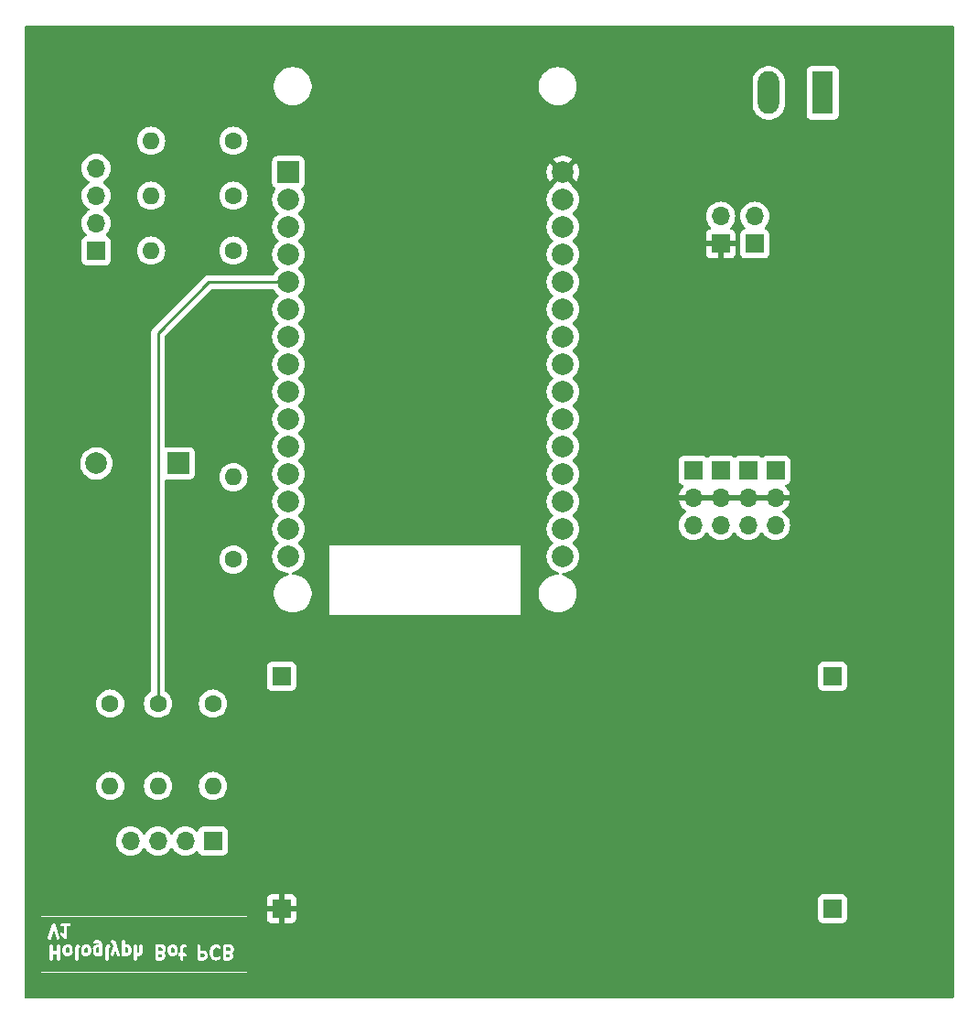
<source format=gbl>
%TF.GenerationSoftware,KiCad,Pcbnew,7.0.1*%
%TF.CreationDate,2023-12-18T22:50:53+05:30*%
%TF.ProjectId,hologlyph bot circuit,686f6c6f-676c-4797-9068-20626f742063,rev?*%
%TF.SameCoordinates,Original*%
%TF.FileFunction,Copper,L2,Bot*%
%TF.FilePolarity,Positive*%
%FSLAX46Y46*%
G04 Gerber Fmt 4.6, Leading zero omitted, Abs format (unit mm)*
G04 Created by KiCad (PCBNEW 7.0.1) date 2023-12-18 22:50:53*
%MOMM*%
%LPD*%
G01*
G04 APERTURE LIST*
%ADD10C,0.300000*%
%TA.AperFunction,ComponentPad*%
%ADD11R,1.700000X1.700000*%
%TD*%
%TA.AperFunction,ComponentPad*%
%ADD12O,1.700000X1.700000*%
%TD*%
%TA.AperFunction,ComponentPad*%
%ADD13C,1.600000*%
%TD*%
%TA.AperFunction,ComponentPad*%
%ADD14O,1.600000X1.600000*%
%TD*%
%TA.AperFunction,ComponentPad*%
%ADD15R,2.000000X2.000000*%
%TD*%
%TA.AperFunction,ComponentPad*%
%ADD16C,2.000000*%
%TD*%
%TA.AperFunction,ComponentPad*%
%ADD17R,1.980000X3.960000*%
%TD*%
%TA.AperFunction,ComponentPad*%
%ADD18O,1.980000X3.960000*%
%TD*%
%TA.AperFunction,Conductor*%
%ADD19C,0.250000*%
%TD*%
G04 APERTURE END LIST*
D10*
G36*
X101858287Y-126089849D02*
G01*
X101881004Y-126112567D01*
X101911426Y-126173409D01*
X101911426Y-126216874D01*
X101881003Y-126277718D01*
X101858286Y-126300435D01*
X101797444Y-126330857D01*
X101582855Y-126330857D01*
X101582855Y-126059428D01*
X101797445Y-126059428D01*
X101858287Y-126089849D01*
G37*
G36*
X101915430Y-125461279D02*
G01*
X101938148Y-125483996D01*
X101968569Y-125544837D01*
X101968569Y-125645446D01*
X101938148Y-125706288D01*
X101923255Y-125721180D01*
X101821742Y-125755018D01*
X101816074Y-125753998D01*
X101802982Y-125759428D01*
X101582855Y-125759428D01*
X101582855Y-125430857D01*
X101854587Y-125430857D01*
X101915430Y-125461279D01*
G37*
G36*
X99515429Y-126032706D02*
G01*
X99538148Y-126055425D01*
X99568569Y-126116266D01*
X99568569Y-126216874D01*
X99538147Y-126277718D01*
X99515428Y-126300436D01*
X99454588Y-126330857D01*
X99182855Y-126330857D01*
X99182855Y-126002285D01*
X99454587Y-126002285D01*
X99515429Y-126032706D01*
G37*
G36*
X95572573Y-126089849D02*
G01*
X95595290Y-126112567D01*
X95625712Y-126173409D01*
X95625712Y-126216874D01*
X95595289Y-126277718D01*
X95572572Y-126300435D01*
X95511730Y-126330857D01*
X95297141Y-126330857D01*
X95297141Y-126059428D01*
X95511731Y-126059428D01*
X95572573Y-126089849D01*
G37*
G36*
X95629716Y-125461279D02*
G01*
X95652434Y-125483996D01*
X95682855Y-125544837D01*
X95682855Y-125645446D01*
X95652434Y-125706288D01*
X95637541Y-125721180D01*
X95536028Y-125755018D01*
X95530360Y-125753998D01*
X95517268Y-125759428D01*
X95297141Y-125759428D01*
X95297141Y-125430857D01*
X95568873Y-125430857D01*
X95629716Y-125461279D01*
G37*
G36*
X96715431Y-125461279D02*
G01*
X96738149Y-125483996D01*
X96768569Y-125544837D01*
X96768569Y-125816875D01*
X96738148Y-125877717D01*
X96715430Y-125900435D01*
X96654587Y-125930857D01*
X96553980Y-125930857D01*
X96493138Y-125900436D01*
X96470419Y-125877717D01*
X96439998Y-125816874D01*
X96439998Y-125544838D01*
X96470419Y-125483995D01*
X96493137Y-125461278D01*
X96553979Y-125430857D01*
X96654588Y-125430857D01*
X96715431Y-125461279D01*
G37*
G36*
X92429717Y-125461279D02*
G01*
X92452435Y-125483996D01*
X92482855Y-125544837D01*
X92482855Y-125816875D01*
X92452434Y-125877717D01*
X92429716Y-125900435D01*
X92368873Y-125930857D01*
X92211427Y-125930857D01*
X92211427Y-125430857D01*
X92368874Y-125430857D01*
X92429717Y-125461279D01*
G37*
G36*
X89797142Y-125930857D02*
G01*
X89639695Y-125930857D01*
X89578853Y-125900436D01*
X89556134Y-125877717D01*
X89525713Y-125816874D01*
X89525713Y-125544838D01*
X89556134Y-125483995D01*
X89578852Y-125461278D01*
X89639694Y-125430857D01*
X89797142Y-125430857D01*
X89797142Y-125930857D01*
G37*
G36*
X88715432Y-125461279D02*
G01*
X88738150Y-125483996D01*
X88768570Y-125544837D01*
X88768570Y-125816875D01*
X88738149Y-125877717D01*
X88715431Y-125900435D01*
X88654588Y-125930857D01*
X88553981Y-125930857D01*
X88493139Y-125900436D01*
X88470420Y-125877717D01*
X88439999Y-125816874D01*
X88439999Y-125544838D01*
X88470420Y-125483995D01*
X88493138Y-125461278D01*
X88553980Y-125430857D01*
X88654589Y-125430857D01*
X88715432Y-125461279D01*
G37*
G36*
X87001147Y-125461279D02*
G01*
X87023865Y-125483996D01*
X87054285Y-125544837D01*
X87054285Y-125816875D01*
X87023864Y-125877717D01*
X87001146Y-125900435D01*
X86940303Y-125930857D01*
X86839696Y-125930857D01*
X86778854Y-125900436D01*
X86756135Y-125877717D01*
X86725714Y-125816874D01*
X86725714Y-125544838D01*
X86756135Y-125483995D01*
X86778853Y-125461278D01*
X86839695Y-125430857D01*
X86940304Y-125430857D01*
X87001147Y-125461279D01*
G37*
G36*
X103478570Y-127705429D02*
G01*
X84468571Y-127705429D01*
X84468571Y-125931677D01*
X85220972Y-125931677D01*
X85225714Y-125942060D01*
X85225714Y-126502425D01*
X85244198Y-126565377D01*
X85310771Y-126623062D01*
X85397963Y-126635599D01*
X85478090Y-126599006D01*
X85525714Y-126524901D01*
X85525714Y-126059428D01*
X85911428Y-126059428D01*
X85911428Y-126502425D01*
X85929912Y-126565377D01*
X85996485Y-126623062D01*
X86083677Y-126635599D01*
X86163804Y-126599006D01*
X86211428Y-126524901D01*
X86211428Y-125920159D01*
X86216170Y-125887179D01*
X86211428Y-125876796D01*
X86211428Y-125526209D01*
X86420284Y-125526209D01*
X86425714Y-125539301D01*
X86425714Y-125844209D01*
X86421853Y-125879973D01*
X86435560Y-125907387D01*
X86444198Y-125936805D01*
X86454910Y-125946087D01*
X86490281Y-126016829D01*
X86495647Y-126041493D01*
X86524867Y-126070713D01*
X86553024Y-126100984D01*
X86555864Y-126101710D01*
X86570633Y-126116479D01*
X86583523Y-126138181D01*
X86620496Y-126156667D01*
X86656769Y-126176474D01*
X86659690Y-126176265D01*
X86729982Y-126211411D01*
X86760241Y-126230857D01*
X86790892Y-126230857D01*
X86821066Y-126236287D01*
X86834158Y-126230857D01*
X86967638Y-126230857D01*
X87003402Y-126234718D01*
X87030816Y-126221010D01*
X87060234Y-126212373D01*
X87069516Y-126201660D01*
X87140258Y-126166289D01*
X87164922Y-126160924D01*
X87194142Y-126131703D01*
X87224413Y-126103547D01*
X87225139Y-126100706D01*
X87239911Y-126085934D01*
X87261611Y-126073046D01*
X87280091Y-126036084D01*
X87299903Y-125999802D01*
X87299693Y-125996878D01*
X87334838Y-125926589D01*
X87354285Y-125896329D01*
X87354285Y-125865677D01*
X87359715Y-125835503D01*
X87354285Y-125822411D01*
X87354285Y-125517501D01*
X87358146Y-125481741D01*
X87351808Y-125469066D01*
X87563141Y-125469066D01*
X87568571Y-125482158D01*
X87568571Y-126502425D01*
X87587055Y-126565377D01*
X87653628Y-126623062D01*
X87740820Y-126635599D01*
X87820947Y-126599006D01*
X87868571Y-126524901D01*
X87868571Y-125526209D01*
X88134569Y-125526209D01*
X88139999Y-125539301D01*
X88139999Y-125844209D01*
X88136138Y-125879973D01*
X88149845Y-125907387D01*
X88158483Y-125936805D01*
X88169195Y-125946087D01*
X88204566Y-126016829D01*
X88209932Y-126041493D01*
X88239152Y-126070713D01*
X88267309Y-126100984D01*
X88270149Y-126101710D01*
X88284918Y-126116479D01*
X88297808Y-126138181D01*
X88334781Y-126156667D01*
X88371054Y-126176474D01*
X88373975Y-126176265D01*
X88444267Y-126211411D01*
X88474526Y-126230857D01*
X88505177Y-126230857D01*
X88535351Y-126236287D01*
X88548443Y-126230857D01*
X88681923Y-126230857D01*
X88717687Y-126234718D01*
X88745101Y-126221010D01*
X88774519Y-126212373D01*
X88783801Y-126201660D01*
X88854543Y-126166289D01*
X88879207Y-126160924D01*
X88908427Y-126131703D01*
X88938698Y-126103547D01*
X88939424Y-126100706D01*
X88954196Y-126085934D01*
X88975896Y-126073046D01*
X88994376Y-126036084D01*
X89014188Y-125999802D01*
X89013978Y-125996878D01*
X89049123Y-125926589D01*
X89068570Y-125896329D01*
X89068570Y-125865677D01*
X89074000Y-125835503D01*
X89068570Y-125822411D01*
X89068570Y-125526209D01*
X89220283Y-125526209D01*
X89225713Y-125539301D01*
X89225713Y-125844209D01*
X89221852Y-125879973D01*
X89235559Y-125907387D01*
X89244197Y-125936805D01*
X89254909Y-125946087D01*
X89290280Y-126016829D01*
X89295646Y-126041493D01*
X89324866Y-126070713D01*
X89353023Y-126100984D01*
X89355863Y-126101710D01*
X89370632Y-126116479D01*
X89383522Y-126138181D01*
X89420495Y-126156667D01*
X89456768Y-126176474D01*
X89459689Y-126176265D01*
X89529981Y-126211411D01*
X89560240Y-126230857D01*
X89590891Y-126230857D01*
X89621065Y-126236287D01*
X89634157Y-126230857D01*
X89824780Y-126230857D01*
X89860544Y-126234718D01*
X89883485Y-126223247D01*
X89969391Y-126235599D01*
X90049518Y-126199006D01*
X90097142Y-126124901D01*
X90097142Y-126042592D01*
X90103378Y-126018205D01*
X90097142Y-125999440D01*
X90097142Y-125469066D01*
X90363140Y-125469066D01*
X90368570Y-125482158D01*
X90368570Y-126502425D01*
X90387054Y-126565377D01*
X90453627Y-126623062D01*
X90540819Y-126635599D01*
X90620946Y-126599006D01*
X90668570Y-126524901D01*
X90668570Y-126116219D01*
X90880574Y-126116219D01*
X90923867Y-126192935D01*
X91001762Y-126234067D01*
X91089529Y-126226556D01*
X91159303Y-126172786D01*
X91318569Y-125726839D01*
X91470277Y-126151619D01*
X91508857Y-126204687D01*
X91590953Y-126236620D01*
X91677282Y-126219101D01*
X91740434Y-126157690D01*
X91760359Y-126071885D01*
X91500224Y-125343509D01*
X91905192Y-125343509D01*
X91911427Y-125362271D01*
X91911427Y-126021037D01*
X91909967Y-126062444D01*
X91911427Y-126064902D01*
X91911427Y-126102425D01*
X91929911Y-126165377D01*
X91996484Y-126223062D01*
X92083676Y-126235599D01*
X92116045Y-126220816D01*
X92131669Y-126230857D01*
X92162320Y-126230857D01*
X92192495Y-126236287D01*
X92205587Y-126230857D01*
X92396208Y-126230857D01*
X92431972Y-126234718D01*
X92459386Y-126221010D01*
X92488804Y-126212373D01*
X92498086Y-126201660D01*
X92568828Y-126166289D01*
X92593492Y-126160924D01*
X92622712Y-126131703D01*
X92652983Y-126103547D01*
X92653709Y-126100706D01*
X92668481Y-126085934D01*
X92690181Y-126073046D01*
X92708661Y-126036084D01*
X92728473Y-125999802D01*
X92728263Y-125996878D01*
X92748993Y-125955418D01*
X92991206Y-125955418D01*
X92997141Y-125982700D01*
X92997141Y-126502425D01*
X93015625Y-126565377D01*
X93082198Y-126623062D01*
X93169390Y-126635599D01*
X93249517Y-126599006D01*
X93297141Y-126524901D01*
X93297141Y-126503106D01*
X94992399Y-126503106D01*
X95006239Y-126533412D01*
X95015625Y-126565377D01*
X95024250Y-126572851D01*
X95028992Y-126583233D01*
X95057019Y-126601245D01*
X95082198Y-126623062D01*
X95093495Y-126624686D01*
X95103097Y-126630857D01*
X95136410Y-126630857D01*
X95169390Y-126635599D01*
X95179773Y-126630857D01*
X95539065Y-126630857D01*
X95574829Y-126634718D01*
X95602243Y-126621010D01*
X95631661Y-126612373D01*
X95640943Y-126601660D01*
X95711687Y-126566288D01*
X95736350Y-126560923D01*
X95765565Y-126531706D01*
X95795840Y-126503547D01*
X95796566Y-126500705D01*
X95811337Y-126485934D01*
X95833036Y-126473047D01*
X95851511Y-126436095D01*
X95871330Y-126399801D01*
X95871120Y-126396877D01*
X95906266Y-126326587D01*
X95925712Y-126296329D01*
X95925712Y-126265678D01*
X95931142Y-126235503D01*
X95925712Y-126222411D01*
X95925712Y-126146076D01*
X95929573Y-126110312D01*
X95915865Y-126082896D01*
X95907228Y-126053480D01*
X95896516Y-126044198D01*
X95861144Y-125973454D01*
X95855780Y-125948793D01*
X95845306Y-125938319D01*
X95845758Y-125937227D01*
X95868477Y-125914508D01*
X95890179Y-125901619D01*
X95908665Y-125864645D01*
X95928472Y-125828373D01*
X95928263Y-125825451D01*
X95963409Y-125755159D01*
X95982855Y-125724901D01*
X95982855Y-125694250D01*
X95988285Y-125664076D01*
X95982855Y-125650984D01*
X95982855Y-125526209D01*
X96134568Y-125526209D01*
X96139998Y-125539301D01*
X96139998Y-125844209D01*
X96136137Y-125879973D01*
X96149844Y-125907387D01*
X96158482Y-125936805D01*
X96169194Y-125946087D01*
X96204565Y-126016829D01*
X96209931Y-126041493D01*
X96239151Y-126070713D01*
X96267308Y-126100984D01*
X96270148Y-126101710D01*
X96284917Y-126116479D01*
X96297807Y-126138181D01*
X96334780Y-126156667D01*
X96371053Y-126176474D01*
X96373974Y-126176265D01*
X96444266Y-126211411D01*
X96474525Y-126230857D01*
X96505176Y-126230857D01*
X96535350Y-126236287D01*
X96548442Y-126230857D01*
X96681922Y-126230857D01*
X96717686Y-126234718D01*
X96745100Y-126221010D01*
X96774518Y-126212373D01*
X96783800Y-126201660D01*
X96854542Y-126166289D01*
X96879206Y-126160924D01*
X96908426Y-126131703D01*
X96938697Y-126103547D01*
X96938810Y-126103106D01*
X97106684Y-126103106D01*
X97143277Y-126183233D01*
X97217382Y-126230857D01*
X97282855Y-126230857D01*
X97282855Y-126502425D01*
X97301339Y-126565377D01*
X97367912Y-126623062D01*
X97455104Y-126635599D01*
X97535231Y-126599006D01*
X97582855Y-126524901D01*
X97582855Y-126503106D01*
X98878113Y-126503106D01*
X98891953Y-126533412D01*
X98901339Y-126565377D01*
X98909964Y-126572851D01*
X98914706Y-126583233D01*
X98942733Y-126601245D01*
X98967912Y-126623062D01*
X98979209Y-126624686D01*
X98988811Y-126630857D01*
X99022124Y-126630857D01*
X99055104Y-126635599D01*
X99065487Y-126630857D01*
X99481923Y-126630857D01*
X99517686Y-126634718D01*
X99545100Y-126621010D01*
X99574518Y-126612373D01*
X99583800Y-126601660D01*
X99654543Y-126566288D01*
X99679205Y-126560924D01*
X99708422Y-126531706D01*
X99738696Y-126503546D01*
X99739421Y-126500707D01*
X99754193Y-126485935D01*
X99775893Y-126473047D01*
X99794373Y-126436085D01*
X99814186Y-126399802D01*
X99813976Y-126396879D01*
X99849123Y-126326587D01*
X99868569Y-126296329D01*
X99868569Y-126265678D01*
X99873999Y-126235503D01*
X99868569Y-126222411D01*
X99868569Y-126088933D01*
X99872430Y-126053169D01*
X99858722Y-126025753D01*
X99850085Y-125996337D01*
X99839373Y-125987055D01*
X99825957Y-125960223D01*
X100019508Y-125960223D01*
X100025712Y-125985039D01*
X100025712Y-125988139D01*
X100030929Y-126005909D01*
X100080853Y-126205602D01*
X100078994Y-126222830D01*
X100091327Y-126247496D01*
X100092565Y-126252447D01*
X100100941Y-126266724D01*
X100147422Y-126359686D01*
X100152788Y-126384350D01*
X100182011Y-126413573D01*
X100210165Y-126443841D01*
X100213004Y-126444567D01*
X100292505Y-126524068D01*
X100315065Y-126552089D01*
X100344147Y-126561782D01*
X100371051Y-126576474D01*
X100385187Y-126575462D01*
X100510436Y-126617212D01*
X100531668Y-126630857D01*
X100572981Y-126630857D01*
X100614306Y-126632352D01*
X100616828Y-126630857D01*
X100671192Y-126630857D01*
X100695649Y-126637087D01*
X100734841Y-126624022D01*
X100774518Y-126612373D01*
X100776437Y-126610157D01*
X100901198Y-126568570D01*
X100936348Y-126560924D01*
X100958022Y-126539249D01*
X100983198Y-126521753D01*
X100988615Y-126508656D01*
X100994165Y-126503106D01*
X101278113Y-126503106D01*
X101291953Y-126533412D01*
X101301339Y-126565377D01*
X101309964Y-126572851D01*
X101314706Y-126583233D01*
X101342733Y-126601245D01*
X101367912Y-126623062D01*
X101379209Y-126624686D01*
X101388811Y-126630857D01*
X101422124Y-126630857D01*
X101455104Y-126635599D01*
X101465487Y-126630857D01*
X101824779Y-126630857D01*
X101860543Y-126634718D01*
X101887957Y-126621010D01*
X101917375Y-126612373D01*
X101926657Y-126601660D01*
X101997401Y-126566288D01*
X102022064Y-126560923D01*
X102051279Y-126531706D01*
X102081554Y-126503547D01*
X102082280Y-126500705D01*
X102097051Y-126485934D01*
X102118750Y-126473047D01*
X102137225Y-126436095D01*
X102157044Y-126399801D01*
X102156834Y-126396877D01*
X102191980Y-126326587D01*
X102211426Y-126296329D01*
X102211426Y-126265678D01*
X102216856Y-126235503D01*
X102211426Y-126222411D01*
X102211426Y-126146076D01*
X102215287Y-126110312D01*
X102201579Y-126082896D01*
X102192942Y-126053480D01*
X102182230Y-126044198D01*
X102146858Y-125973454D01*
X102141494Y-125948793D01*
X102131020Y-125938319D01*
X102131472Y-125937227D01*
X102154191Y-125914508D01*
X102175893Y-125901619D01*
X102194379Y-125864645D01*
X102214186Y-125828373D01*
X102213977Y-125825451D01*
X102249123Y-125755159D01*
X102268569Y-125724901D01*
X102268569Y-125694250D01*
X102273999Y-125664076D01*
X102268569Y-125650984D01*
X102268569Y-125517504D01*
X102272430Y-125481740D01*
X102258722Y-125454324D01*
X102250085Y-125424908D01*
X102239373Y-125415626D01*
X102203999Y-125344878D01*
X102198635Y-125320219D01*
X102169427Y-125291012D01*
X102141259Y-125260729D01*
X102138417Y-125260002D01*
X102123648Y-125245232D01*
X102110760Y-125223533D01*
X102073798Y-125205052D01*
X102037513Y-125185239D01*
X102034590Y-125185448D01*
X101964303Y-125150304D01*
X101934042Y-125130857D01*
X101903389Y-125130857D01*
X101873217Y-125125427D01*
X101860125Y-125130857D01*
X101443586Y-125130857D01*
X101410606Y-125126115D01*
X101380299Y-125139955D01*
X101348335Y-125149341D01*
X101340860Y-125157966D01*
X101330479Y-125162708D01*
X101312466Y-125190735D01*
X101290650Y-125215914D01*
X101289025Y-125227211D01*
X101282855Y-125236813D01*
X101282855Y-125270126D01*
X101278113Y-125303106D01*
X101282855Y-125313489D01*
X101282855Y-125898697D01*
X101278113Y-125931677D01*
X101282855Y-125942060D01*
X101282855Y-126470126D01*
X101278113Y-126503106D01*
X100994165Y-126503106D01*
X101039886Y-126457386D01*
X101071329Y-126399802D01*
X101065044Y-126311939D01*
X101012255Y-126241420D01*
X100929722Y-126210637D01*
X100843647Y-126229361D01*
X100780398Y-126292609D01*
X100665656Y-126330857D01*
X100600055Y-126330857D01*
X100485310Y-126292609D01*
X100413276Y-126220574D01*
X100374382Y-126142786D01*
X100325712Y-125948106D01*
X100325712Y-125813607D01*
X100374381Y-125618927D01*
X100413276Y-125541138D01*
X100485310Y-125469104D01*
X100600053Y-125430857D01*
X100665657Y-125430857D01*
X100780399Y-125469104D01*
X100827755Y-125516460D01*
X100885339Y-125547903D01*
X100973203Y-125541617D01*
X101043722Y-125488828D01*
X101074504Y-125406294D01*
X101055778Y-125320219D01*
X100973199Y-125237641D01*
X100950644Y-125209626D01*
X100921567Y-125199933D01*
X100894656Y-125185239D01*
X100880518Y-125186250D01*
X100755273Y-125144501D01*
X100734042Y-125130857D01*
X100692729Y-125130857D01*
X100651405Y-125129362D01*
X100648883Y-125130857D01*
X100594517Y-125130857D01*
X100570062Y-125124627D01*
X100530875Y-125137689D01*
X100491192Y-125149341D01*
X100489271Y-125151556D01*
X100364510Y-125193143D01*
X100329361Y-125200790D01*
X100307685Y-125222465D01*
X100282511Y-125239961D01*
X100277093Y-125253057D01*
X100197232Y-125332918D01*
X100175531Y-125345808D01*
X100157049Y-125382770D01*
X100137237Y-125419054D01*
X100137446Y-125421977D01*
X100110639Y-125475591D01*
X100098016Y-125487461D01*
X100091327Y-125514214D01*
X100089045Y-125518780D01*
X100086112Y-125535073D01*
X100036178Y-125734811D01*
X100025712Y-125751098D01*
X100025712Y-125776678D01*
X100024960Y-125779686D01*
X100025712Y-125798191D01*
X100025712Y-125941884D01*
X100019508Y-125960223D01*
X99825957Y-125960223D01*
X99804000Y-125916308D01*
X99798636Y-125891649D01*
X99769424Y-125862437D01*
X99741259Y-125832158D01*
X99738418Y-125831431D01*
X99723648Y-125816661D01*
X99710760Y-125794961D01*
X99673797Y-125776479D01*
X99637514Y-125756667D01*
X99634590Y-125756876D01*
X99564303Y-125721732D01*
X99534042Y-125702285D01*
X99503389Y-125702285D01*
X99473217Y-125696855D01*
X99460125Y-125702285D01*
X99182855Y-125702285D01*
X99182855Y-125259289D01*
X99164371Y-125196337D01*
X99097798Y-125138652D01*
X99010606Y-125126115D01*
X98930479Y-125162708D01*
X98882855Y-125236813D01*
X98882855Y-125841554D01*
X98878113Y-125874534D01*
X98882855Y-125884917D01*
X98882855Y-126470126D01*
X98878113Y-126503106D01*
X97582855Y-126503106D01*
X97582855Y-126230857D01*
X97740137Y-126230857D01*
X97803089Y-126212373D01*
X97860774Y-126145800D01*
X97873311Y-126058608D01*
X97836718Y-125978481D01*
X97762613Y-125930857D01*
X97582855Y-125930857D01*
X97582855Y-125487696D01*
X97601801Y-125449802D01*
X97639693Y-125430857D01*
X97740137Y-125430857D01*
X97803089Y-125412373D01*
X97860774Y-125345800D01*
X97873311Y-125258608D01*
X97836718Y-125178481D01*
X97762613Y-125130857D01*
X97612358Y-125130857D01*
X97576595Y-125126996D01*
X97549180Y-125140703D01*
X97519763Y-125149341D01*
X97510480Y-125160053D01*
X97457097Y-125186745D01*
X97451269Y-125186540D01*
X97418053Y-125206267D01*
X97403625Y-125213482D01*
X97399594Y-125217230D01*
X97375531Y-125231523D01*
X97367968Y-125246648D01*
X97355585Y-125258167D01*
X97348652Y-125285280D01*
X97302302Y-125377979D01*
X97282855Y-125408241D01*
X97282855Y-125438894D01*
X97277425Y-125469066D01*
X97282855Y-125482158D01*
X97282855Y-125930857D01*
X97239858Y-125930857D01*
X97176906Y-125949341D01*
X97119221Y-126015914D01*
X97106684Y-126103106D01*
X96938810Y-126103106D01*
X96939423Y-126100706D01*
X96954195Y-126085934D01*
X96975895Y-126073046D01*
X96994375Y-126036084D01*
X97014187Y-125999802D01*
X97013977Y-125996878D01*
X97049122Y-125926589D01*
X97068569Y-125896329D01*
X97068569Y-125865677D01*
X97073999Y-125835503D01*
X97068569Y-125822411D01*
X97068569Y-125517501D01*
X97072430Y-125481741D01*
X97058722Y-125454325D01*
X97050085Y-125424908D01*
X97039373Y-125415626D01*
X97004001Y-125344881D01*
X96998636Y-125320219D01*
X96969420Y-125291004D01*
X96941261Y-125260730D01*
X96938419Y-125260003D01*
X96923649Y-125245233D01*
X96910761Y-125223533D01*
X96873799Y-125205052D01*
X96837514Y-125185239D01*
X96834591Y-125185448D01*
X96764300Y-125150302D01*
X96734042Y-125130857D01*
X96703391Y-125130857D01*
X96673217Y-125125427D01*
X96660125Y-125130857D01*
X96526644Y-125130857D01*
X96490881Y-125126996D01*
X96463466Y-125140703D01*
X96434049Y-125149341D01*
X96424766Y-125160053D01*
X96354026Y-125195423D01*
X96329363Y-125200789D01*
X96300137Y-125230014D01*
X96269871Y-125258167D01*
X96269144Y-125261006D01*
X96254375Y-125275775D01*
X96232674Y-125288665D01*
X96214189Y-125325633D01*
X96194381Y-125361909D01*
X96194590Y-125364832D01*
X96159443Y-125435125D01*
X96139998Y-125465384D01*
X96139998Y-125496035D01*
X96134568Y-125526209D01*
X95982855Y-125526209D01*
X95982855Y-125517504D01*
X95986716Y-125481740D01*
X95973008Y-125454324D01*
X95964371Y-125424908D01*
X95953659Y-125415626D01*
X95918285Y-125344878D01*
X95912921Y-125320219D01*
X95883713Y-125291012D01*
X95855545Y-125260729D01*
X95852703Y-125260002D01*
X95837934Y-125245232D01*
X95825046Y-125223533D01*
X95788084Y-125205052D01*
X95751799Y-125185239D01*
X95748876Y-125185448D01*
X95678589Y-125150304D01*
X95648328Y-125130857D01*
X95617675Y-125130857D01*
X95587503Y-125125427D01*
X95574411Y-125130857D01*
X95157872Y-125130857D01*
X95124892Y-125126115D01*
X95094585Y-125139955D01*
X95062621Y-125149341D01*
X95055146Y-125157966D01*
X95044765Y-125162708D01*
X95026752Y-125190735D01*
X95004936Y-125215914D01*
X95003311Y-125227211D01*
X94997141Y-125236813D01*
X94997141Y-125270126D01*
X94992399Y-125303106D01*
X94997141Y-125313489D01*
X94997141Y-125898697D01*
X94992399Y-125931677D01*
X94997141Y-125942060D01*
X94997141Y-126470126D01*
X94992399Y-126503106D01*
X93297141Y-126503106D01*
X93297141Y-126230857D01*
X93305176Y-126230857D01*
X93335350Y-126236287D01*
X93348442Y-126230857D01*
X93481922Y-126230857D01*
X93517686Y-126234718D01*
X93545100Y-126221010D01*
X93574518Y-126212373D01*
X93583800Y-126201660D01*
X93637184Y-126174968D01*
X93643014Y-126175174D01*
X93676227Y-126155446D01*
X93690657Y-126148232D01*
X93694688Y-126144481D01*
X93718751Y-126130190D01*
X93726312Y-126115066D01*
X93738697Y-126103547D01*
X93745631Y-126076430D01*
X93791981Y-125983730D01*
X93811427Y-125953472D01*
X93811427Y-125922821D01*
X93816857Y-125892646D01*
X93811427Y-125879554D01*
X93811427Y-125259289D01*
X93792943Y-125196337D01*
X93726370Y-125138652D01*
X93639178Y-125126115D01*
X93559051Y-125162708D01*
X93511427Y-125236813D01*
X93511427Y-125874017D01*
X93492480Y-125911910D01*
X93454587Y-125930857D01*
X93353980Y-125930857D01*
X93297141Y-125902438D01*
X93297141Y-125259289D01*
X93278657Y-125196337D01*
X93212084Y-125138652D01*
X93124892Y-125126115D01*
X93044765Y-125162708D01*
X92997141Y-125236813D01*
X92997141Y-125939505D01*
X92991206Y-125955418D01*
X92748993Y-125955418D01*
X92763408Y-125926589D01*
X92782855Y-125896329D01*
X92782855Y-125865677D01*
X92788285Y-125835503D01*
X92782855Y-125822411D01*
X92782855Y-125517501D01*
X92786716Y-125481741D01*
X92773008Y-125454325D01*
X92764371Y-125424908D01*
X92753659Y-125415626D01*
X92718287Y-125344881D01*
X92712922Y-125320219D01*
X92683706Y-125291004D01*
X92655547Y-125260730D01*
X92652705Y-125260003D01*
X92637935Y-125245233D01*
X92625047Y-125223533D01*
X92588085Y-125205052D01*
X92551800Y-125185239D01*
X92548877Y-125185448D01*
X92478586Y-125150302D01*
X92448328Y-125130857D01*
X92417677Y-125130857D01*
X92387503Y-125125427D01*
X92374411Y-125130857D01*
X92211427Y-125130857D01*
X92211427Y-124859289D01*
X92192943Y-124796337D01*
X92126370Y-124738652D01*
X92039178Y-124726115D01*
X91959051Y-124762708D01*
X91911427Y-124836813D01*
X91911427Y-125319125D01*
X91905192Y-125343509D01*
X91500224Y-125343509D01*
X91473622Y-125269024D01*
X91474198Y-125266043D01*
X91470237Y-125256142D01*
X91470850Y-125245494D01*
X91455511Y-125218314D01*
X91452576Y-125210095D01*
X91450893Y-125207780D01*
X91348197Y-124951037D01*
X91341493Y-124920219D01*
X91316689Y-124895415D01*
X91295004Y-124867824D01*
X91285966Y-124864693D01*
X91266506Y-124845233D01*
X91253618Y-124823533D01*
X91216656Y-124805052D01*
X91180371Y-124785239D01*
X91177448Y-124785448D01*
X91080646Y-124737047D01*
X91016074Y-124725427D01*
X90934706Y-124759174D01*
X90884499Y-124831554D01*
X90881395Y-124919587D01*
X90926379Y-124995324D01*
X91058288Y-125061279D01*
X91076447Y-125079437D01*
X91158216Y-125283861D01*
X90884340Y-126050718D01*
X90880574Y-126116219D01*
X90668570Y-126116219D01*
X90668570Y-125487696D01*
X90687516Y-125449802D01*
X90776372Y-125405375D01*
X90824411Y-125360689D01*
X90846234Y-125275347D01*
X90818453Y-125191754D01*
X90749889Y-125136451D01*
X90662310Y-125126996D01*
X90542812Y-125186745D01*
X90536984Y-125186540D01*
X90503768Y-125206267D01*
X90489340Y-125213482D01*
X90485309Y-125217230D01*
X90461246Y-125231523D01*
X90453683Y-125246648D01*
X90441300Y-125258167D01*
X90434367Y-125285280D01*
X90388017Y-125377979D01*
X90368570Y-125408241D01*
X90368570Y-125438894D01*
X90363140Y-125469066D01*
X90097142Y-125469066D01*
X90097142Y-125340677D01*
X90098602Y-125299270D01*
X90097142Y-125296812D01*
X90097142Y-125117504D01*
X90101003Y-125081740D01*
X90087295Y-125054324D01*
X90078658Y-125024908D01*
X90067946Y-125015626D01*
X90032572Y-124944878D01*
X90027208Y-124920219D01*
X89998000Y-124891012D01*
X89969832Y-124860729D01*
X89966990Y-124860002D01*
X89952221Y-124845233D01*
X89939333Y-124823533D01*
X89902371Y-124805052D01*
X89866086Y-124785239D01*
X89863163Y-124785448D01*
X89792872Y-124750302D01*
X89762614Y-124730857D01*
X89731963Y-124730857D01*
X89701789Y-124725427D01*
X89688697Y-124730857D01*
X89555218Y-124730857D01*
X89519454Y-124726996D01*
X89492038Y-124740703D01*
X89462622Y-124749341D01*
X89453340Y-124760052D01*
X89346483Y-124813481D01*
X89298443Y-124858167D01*
X89276621Y-124943509D01*
X89304401Y-125027103D01*
X89372964Y-125082406D01*
X89460544Y-125091861D01*
X89582551Y-125030857D01*
X89683160Y-125030857D01*
X89744003Y-125061279D01*
X89766721Y-125083996D01*
X89790152Y-125130857D01*
X89612359Y-125130857D01*
X89576596Y-125126996D01*
X89549181Y-125140703D01*
X89519764Y-125149341D01*
X89510481Y-125160053D01*
X89439741Y-125195423D01*
X89415078Y-125200789D01*
X89385852Y-125230014D01*
X89355586Y-125258167D01*
X89354859Y-125261006D01*
X89340090Y-125275775D01*
X89318389Y-125288665D01*
X89299904Y-125325633D01*
X89280096Y-125361909D01*
X89280305Y-125364832D01*
X89245158Y-125435125D01*
X89225713Y-125465384D01*
X89225713Y-125496035D01*
X89220283Y-125526209D01*
X89068570Y-125526209D01*
X89068570Y-125517501D01*
X89072431Y-125481741D01*
X89058723Y-125454325D01*
X89050086Y-125424908D01*
X89039374Y-125415626D01*
X89004002Y-125344881D01*
X88998637Y-125320219D01*
X88969421Y-125291004D01*
X88941262Y-125260730D01*
X88938420Y-125260003D01*
X88923650Y-125245233D01*
X88910762Y-125223533D01*
X88873800Y-125205052D01*
X88837515Y-125185239D01*
X88834592Y-125185448D01*
X88764301Y-125150302D01*
X88734043Y-125130857D01*
X88703392Y-125130857D01*
X88673218Y-125125427D01*
X88660126Y-125130857D01*
X88526645Y-125130857D01*
X88490882Y-125126996D01*
X88463467Y-125140703D01*
X88434050Y-125149341D01*
X88424767Y-125160053D01*
X88354027Y-125195423D01*
X88329364Y-125200789D01*
X88300138Y-125230014D01*
X88269872Y-125258167D01*
X88269145Y-125261006D01*
X88254376Y-125275775D01*
X88232675Y-125288665D01*
X88214190Y-125325633D01*
X88194382Y-125361909D01*
X88194591Y-125364832D01*
X88159444Y-125435125D01*
X88139999Y-125465384D01*
X88139999Y-125496035D01*
X88134569Y-125526209D01*
X87868571Y-125526209D01*
X87868571Y-125487696D01*
X87887517Y-125449802D01*
X87976373Y-125405375D01*
X88024412Y-125360689D01*
X88046235Y-125275347D01*
X88018454Y-125191754D01*
X87949890Y-125136451D01*
X87862311Y-125126996D01*
X87742813Y-125186745D01*
X87736985Y-125186540D01*
X87703769Y-125206267D01*
X87689341Y-125213482D01*
X87685310Y-125217230D01*
X87661247Y-125231523D01*
X87653684Y-125246648D01*
X87641301Y-125258167D01*
X87634368Y-125285280D01*
X87588018Y-125377979D01*
X87568571Y-125408241D01*
X87568571Y-125438894D01*
X87563141Y-125469066D01*
X87351808Y-125469066D01*
X87344438Y-125454325D01*
X87335801Y-125424908D01*
X87325089Y-125415626D01*
X87289717Y-125344881D01*
X87284352Y-125320219D01*
X87255136Y-125291004D01*
X87226977Y-125260730D01*
X87224135Y-125260003D01*
X87209365Y-125245233D01*
X87196477Y-125223533D01*
X87159515Y-125205052D01*
X87123230Y-125185239D01*
X87120307Y-125185448D01*
X87050016Y-125150302D01*
X87019758Y-125130857D01*
X86989107Y-125130857D01*
X86958933Y-125125427D01*
X86945841Y-125130857D01*
X86812360Y-125130857D01*
X86776597Y-125126996D01*
X86749182Y-125140703D01*
X86719765Y-125149341D01*
X86710482Y-125160053D01*
X86639742Y-125195423D01*
X86615079Y-125200789D01*
X86585853Y-125230014D01*
X86555587Y-125258167D01*
X86554860Y-125261006D01*
X86540091Y-125275775D01*
X86518390Y-125288665D01*
X86499905Y-125325633D01*
X86480097Y-125361909D01*
X86480306Y-125364832D01*
X86445159Y-125435125D01*
X86425714Y-125465384D01*
X86425714Y-125496035D01*
X86420284Y-125526209D01*
X86211428Y-125526209D01*
X86211428Y-125259289D01*
X86192944Y-125196337D01*
X86126371Y-125138652D01*
X86039179Y-125126115D01*
X85959052Y-125162708D01*
X85911428Y-125236813D01*
X85911428Y-125759428D01*
X85525714Y-125759428D01*
X85525714Y-125259289D01*
X85507230Y-125196337D01*
X85440657Y-125138652D01*
X85353465Y-125126115D01*
X85273338Y-125162708D01*
X85225714Y-125236813D01*
X85225714Y-125898697D01*
X85220972Y-125931677D01*
X84468571Y-125931677D01*
X84468571Y-124575451D01*
X85052790Y-124575451D01*
X85097705Y-124651228D01*
X85176459Y-124690694D01*
X85264045Y-124681317D01*
X85332660Y-124626075D01*
X85604285Y-123811198D01*
X85868803Y-124604752D01*
X85906246Y-124658629D01*
X85987644Y-124692301D01*
X86074326Y-124676622D01*
X86138769Y-124616569D01*
X86160515Y-124531207D01*
X85769815Y-123359106D01*
X86192400Y-123359106D01*
X86228993Y-123439233D01*
X86303098Y-123486857D01*
X86539999Y-123486857D01*
X86539999Y-124122722D01*
X86530939Y-124118192D01*
X86494660Y-124098382D01*
X86491735Y-124098591D01*
X86394932Y-124050190D01*
X86330360Y-124038570D01*
X86248993Y-124072318D01*
X86198786Y-124144698D01*
X86195683Y-124232731D01*
X86240667Y-124308468D01*
X86372574Y-124374420D01*
X86459143Y-124460990D01*
X86552513Y-124601045D01*
X86558483Y-124621377D01*
X86576441Y-124636938D01*
X86577155Y-124638008D01*
X86592746Y-124651066D01*
X86625056Y-124679062D01*
X86626405Y-124679256D01*
X86627454Y-124680134D01*
X86669920Y-124685512D01*
X86712248Y-124691599D01*
X86713490Y-124691031D01*
X86714844Y-124691203D01*
X86753450Y-124672782D01*
X86792375Y-124655006D01*
X86793112Y-124653857D01*
X86794347Y-124653269D01*
X86816891Y-124616856D01*
X86839999Y-124580901D01*
X86839999Y-124579536D01*
X86840718Y-124578375D01*
X86839999Y-124535587D01*
X86839999Y-123486857D01*
X87054424Y-123486857D01*
X87117376Y-123468373D01*
X87175061Y-123401800D01*
X87187598Y-123314608D01*
X87151005Y-123234481D01*
X87076900Y-123186857D01*
X86700730Y-123186857D01*
X86667750Y-123182115D01*
X86657367Y-123186857D01*
X86325574Y-123186857D01*
X86262622Y-123205341D01*
X86204937Y-123271914D01*
X86192400Y-123359106D01*
X85769815Y-123359106D01*
X85755168Y-123315166D01*
X85755780Y-123298263D01*
X85741507Y-123274184D01*
X85739767Y-123268962D01*
X85730556Y-123255709D01*
X85710864Y-123222486D01*
X85705652Y-123219874D01*
X85702324Y-123215085D01*
X85666637Y-123200322D01*
X85632111Y-123183020D01*
X85626311Y-123183640D01*
X85620926Y-123181413D01*
X85582934Y-123188284D01*
X85544525Y-123192397D01*
X85539982Y-123196053D01*
X85534244Y-123197092D01*
X85505987Y-123223423D01*
X85475910Y-123247639D01*
X85474066Y-123253170D01*
X85469801Y-123257145D01*
X85460268Y-123294562D01*
X85055162Y-124509884D01*
X85052790Y-124575451D01*
X84468571Y-124575451D01*
X84468571Y-122568571D01*
X103478570Y-122568571D01*
X103478570Y-127705429D01*
G37*
D11*
%TO.P,J5,1,Pin_1*%
%TO.N,+12V*%
X157680000Y-121830000D03*
%TD*%
%TO.P,J4,1,Pin_1*%
%TO.N,/PWM Pen*%
X144780000Y-81280000D03*
D12*
%TO.P,J4,2,Pin_2*%
%TO.N,+5V*%
X144780000Y-83820000D03*
%TO.P,J4,3,Pin_3*%
%TO.N,GND*%
X144780000Y-86360000D03*
%TD*%
D11*
%TO.P,J7,1,Pin_1*%
%TO.N,+5V*%
X106680000Y-121830000D03*
%TD*%
D13*
%TO.P,R1,1*%
%TO.N,/D1 Red*%
X102235000Y-50800000D03*
D14*
%TO.P,R1,2*%
%TO.N,Net-(D1-RK)*%
X94615000Y-50800000D03*
%TD*%
D11*
%TO.P,J2,1,Pin_1*%
%TO.N,/PWM Wheel Right*%
X149860000Y-81280000D03*
D12*
%TO.P,J2,2,Pin_2*%
%TO.N,+5V*%
X149860000Y-83820000D03*
%TO.P,J2,3,Pin_3*%
%TO.N,GND*%
X149860000Y-86360000D03*
%TD*%
D13*
%TO.P,R2,1*%
%TO.N,/D1 Green*%
X102235000Y-55880000D03*
D14*
%TO.P,R2,2*%
%TO.N,Net-(D1-GK)*%
X94615000Y-55880000D03*
%TD*%
D13*
%TO.P,R6,1*%
%TO.N,/D2 Blue*%
X100330000Y-102870000D03*
D14*
%TO.P,R6,2*%
%TO.N,Net-(D2-BK)*%
X100330000Y-110490000D03*
%TD*%
D15*
%TO.P,BZ1,1,-*%
%TO.N,Net-(BZ1--)*%
X97145000Y-80645000D03*
D16*
%TO.P,BZ1,2,+*%
%TO.N,GND*%
X89545000Y-80645000D03*
%TD*%
D15*
%TO.P,U1,1,3V3*%
%TO.N,unconnected-(U1-3V3-Pad1)*%
X107315000Y-53700000D03*
D16*
%TO.P,U1,2,GND*%
%TO.N,GND*%
X107315000Y-56240000D03*
%TO.P,U1,3,D15*%
%TO.N,unconnected-(U1-D15-Pad3)*%
X107315000Y-58780000D03*
%TO.P,U1,4,D2*%
%TO.N,unconnected-(U1-D2-Pad4)*%
X107315000Y-61320000D03*
%TO.P,U1,5,D4*%
%TO.N,/D2 Green*%
X107315000Y-63860000D03*
%TO.P,U1,6,RX2*%
%TO.N,unconnected-(U1-RX2-Pad6)*%
X107315000Y-66400000D03*
%TO.P,U1,7,TX2*%
%TO.N,unconnected-(U1-TX2-Pad7)*%
X107315000Y-68940000D03*
%TO.P,U1,8,D5*%
%TO.N,unconnected-(U1-D5-Pad8)*%
X107315000Y-71480000D03*
%TO.P,U1,9,D18*%
%TO.N,/D1 Red*%
X107315000Y-74020000D03*
%TO.P,U1,10,D19*%
%TO.N,/D1 Blue*%
X107315000Y-76560000D03*
%TO.P,U1,11,D21*%
%TO.N,/D1 Green*%
X107315000Y-79100000D03*
%TO.P,U1,12,RX0*%
%TO.N,unconnected-(U1-RX0-Pad12)*%
X107315000Y-81640000D03*
%TO.P,U1,13,TX0*%
%TO.N,unconnected-(U1-TX0-Pad13)*%
X107315000Y-84180000D03*
%TO.P,U1,14,D22*%
%TO.N,/D2 Red*%
X107315000Y-86720000D03*
%TO.P,U1,15,D23*%
%TO.N,/Buzz+*%
X107315000Y-89260000D03*
%TO.P,U1,16,EN*%
%TO.N,unconnected-(U1-EN-Pad16)*%
X132715000Y-89260000D03*
%TO.P,U1,17,VP*%
%TO.N,unconnected-(U1-VP-Pad17)*%
X132715000Y-86720000D03*
%TO.P,U1,18,VN*%
%TO.N,unconnected-(U1-VN-Pad18)*%
X132715000Y-84180000D03*
%TO.P,U1,19,D34*%
%TO.N,unconnected-(U1-D34-Pad19)*%
X132715000Y-81640000D03*
%TO.P,U1,20,D35*%
%TO.N,unconnected-(U1-D35-Pad20)*%
X132715000Y-79100000D03*
%TO.P,U1,21,D32*%
%TO.N,/D2 Blue*%
X132715000Y-76560000D03*
%TO.P,U1,22,D33*%
%TO.N,/PWM Pen*%
X132715000Y-74020000D03*
%TO.P,U1,23,D25*%
%TO.N,/PWM Wheel Left*%
X132715000Y-71480000D03*
%TO.P,U1,24,D26*%
%TO.N,/PWM Wheel Right*%
X132715000Y-68940000D03*
%TO.P,U1,25,D27*%
%TO.N,/PWM Wheel Rear*%
X132715000Y-66400000D03*
%TO.P,U1,26,D14*%
%TO.N,unconnected-(U1-D14-Pad26)*%
X132715000Y-63860000D03*
%TO.P,U1,27,D12*%
%TO.N,unconnected-(U1-D12-Pad27)*%
X132715000Y-61320000D03*
%TO.P,U1,28,D13*%
%TO.N,unconnected-(U1-D13-Pad28)*%
X132715000Y-58780000D03*
%TO.P,U1,29,GND*%
%TO.N,GND*%
X132715000Y-56240000D03*
%TO.P,U1,30,VIN*%
%TO.N,+5V*%
X132715000Y-53700000D03*
%TD*%
D17*
%TO.P,J9,1,Pin_1*%
%TO.N,GNDPWR*%
X156765000Y-46355000D03*
D18*
%TO.P,J9,2,Pin_2*%
%TO.N,Net-(J9-Pin_2)*%
X151765000Y-46355000D03*
%TD*%
D13*
%TO.P,R5,1*%
%TO.N,/D2 Green*%
X95250000Y-102870000D03*
D14*
%TO.P,R5,2*%
%TO.N,Net-(D2-GK)*%
X95250000Y-110490000D03*
%TD*%
D13*
%TO.P,R4,1*%
%TO.N,/D2 Red*%
X90830000Y-102870000D03*
D14*
%TO.P,R4,2*%
%TO.N,Net-(D2-RK)*%
X90830000Y-110490000D03*
%TD*%
D11*
%TO.P,J8,1,Pin_1*%
%TO.N,GND*%
X106680000Y-100330000D03*
%TD*%
%TO.P,J6,1,Pin_1*%
%TO.N,GNDPWR*%
X157680000Y-100330000D03*
%TD*%
%TO.P,J1,1,Pin_1*%
%TO.N,/PWM Wheel Left*%
X147320000Y-81280000D03*
D12*
%TO.P,J1,2,Pin_2*%
%TO.N,+5V*%
X147320000Y-83820000D03*
%TO.P,J1,3,Pin_3*%
%TO.N,GND*%
X147320000Y-86360000D03*
%TD*%
D11*
%TO.P,J3,1,Pin_1*%
%TO.N,/PWM Wheel Rear*%
X152400000Y-81280000D03*
D12*
%TO.P,J3,2,Pin_2*%
%TO.N,+5V*%
X152400000Y-83820000D03*
%TO.P,J3,3,Pin_3*%
%TO.N,GND*%
X152400000Y-86360000D03*
%TD*%
D13*
%TO.P,R3,1*%
%TO.N,/D1 Blue*%
X102235000Y-60960000D03*
D14*
%TO.P,R3,2*%
%TO.N,Net-(D1-BK)*%
X94615000Y-60960000D03*
%TD*%
D13*
%TO.P,R7,1*%
%TO.N,/Buzz+*%
X102235000Y-89535000D03*
D14*
%TO.P,R7,2*%
%TO.N,Net-(BZ1--)*%
X102235000Y-81915000D03*
%TD*%
D11*
%TO.P,D2,1,BK*%
%TO.N,Net-(D2-BK)*%
X100330000Y-115595000D03*
D12*
%TO.P,D2,2,A*%
%TO.N,GND*%
X97790000Y-115595000D03*
%TO.P,D2,3,GK*%
%TO.N,Net-(D2-GK)*%
X95250000Y-115595000D03*
%TO.P,D2,4,RK*%
%TO.N,Net-(D2-RK)*%
X92710000Y-115595000D03*
%TD*%
D11*
%TO.P,D1,1,BK*%
%TO.N,Net-(D1-BK)*%
X89535000Y-60960000D03*
D12*
%TO.P,D1,2,A*%
%TO.N,GND*%
X89535000Y-58420000D03*
%TO.P,D1,3,GK*%
%TO.N,Net-(D1-GK)*%
X89535000Y-55880000D03*
%TO.P,D1,4,RK*%
%TO.N,Net-(D1-RK)*%
X89535000Y-53340000D03*
%TD*%
%TO.P,J10,2,Pin_2*%
%TO.N,GND*%
X147320000Y-57785000D03*
D11*
%TO.P,J10,1,Pin_1*%
%TO.N,+5V*%
X147320000Y-60325000D03*
%TD*%
D12*
%TO.P,SW1,2,B*%
%TO.N,Net-(J9-Pin_2)*%
X150495000Y-57785000D03*
D11*
%TO.P,SW1,1,A*%
%TO.N,+12V*%
X150495000Y-60325000D03*
%TD*%
D19*
%TO.N,/D2 Green*%
X99970000Y-63860000D02*
X95250000Y-68580000D01*
X95250000Y-68580000D02*
X95250000Y-102870000D01*
X107315000Y-63860000D02*
X99970000Y-63860000D01*
%TD*%
%TA.AperFunction,Conductor*%
%TO.N,+5V*%
G36*
X168847500Y-40147113D02*
G01*
X168892887Y-40192500D01*
X168909500Y-40254500D01*
X168909500Y-130005500D01*
X168892887Y-130067500D01*
X168847500Y-130112887D01*
X168785500Y-130129500D01*
X83034500Y-130129500D01*
X82972500Y-130112887D01*
X82927113Y-130067500D01*
X82910500Y-130005500D01*
X82910500Y-122518071D01*
X84418071Y-122518071D01*
X84418071Y-127755929D01*
X103529070Y-127755929D01*
X103529070Y-122518071D01*
X84418071Y-122518071D01*
X82910500Y-122518071D01*
X82910500Y-122080000D01*
X105330000Y-122080000D01*
X105330000Y-122727824D01*
X105336402Y-122787375D01*
X105386647Y-122922089D01*
X105472811Y-123037188D01*
X105587910Y-123123352D01*
X105722624Y-123173597D01*
X105782176Y-123180000D01*
X106430000Y-123180000D01*
X106430000Y-122080000D01*
X106930000Y-122080000D01*
X106930000Y-123180000D01*
X107577824Y-123180000D01*
X107637375Y-123173597D01*
X107772089Y-123123352D01*
X107887188Y-123037188D01*
X107973352Y-122922089D01*
X108023597Y-122787375D01*
X108029995Y-122727869D01*
X156329500Y-122727869D01*
X156335897Y-122787375D01*
X156335909Y-122787483D01*
X156386204Y-122922331D01*
X156472454Y-123037546D01*
X156587669Y-123123796D01*
X156722517Y-123174091D01*
X156782127Y-123180500D01*
X158577872Y-123180499D01*
X158637483Y-123174091D01*
X158772331Y-123123796D01*
X158887546Y-123037546D01*
X158973796Y-122922331D01*
X159024091Y-122787483D01*
X159030500Y-122727873D01*
X159030499Y-120932128D01*
X159024091Y-120872517D01*
X158973796Y-120737669D01*
X158887546Y-120622454D01*
X158772331Y-120536204D01*
X158637483Y-120485909D01*
X158577873Y-120479500D01*
X158577869Y-120479500D01*
X156782130Y-120479500D01*
X156722515Y-120485909D01*
X156587669Y-120536204D01*
X156472454Y-120622454D01*
X156386204Y-120737668D01*
X156335909Y-120872516D01*
X156329500Y-120932130D01*
X156329500Y-122727869D01*
X108029995Y-122727869D01*
X108030000Y-122727824D01*
X108030000Y-122080000D01*
X106930000Y-122080000D01*
X106430000Y-122080000D01*
X105330000Y-122080000D01*
X82910500Y-122080000D01*
X82910500Y-121580000D01*
X105330000Y-121580000D01*
X106430000Y-121580000D01*
X106430000Y-120480000D01*
X106930000Y-120480000D01*
X106930000Y-121580000D01*
X108030000Y-121580000D01*
X108030000Y-120932176D01*
X108023597Y-120872624D01*
X107973352Y-120737910D01*
X107887188Y-120622811D01*
X107772089Y-120536647D01*
X107637375Y-120486402D01*
X107577824Y-120480000D01*
X106930000Y-120480000D01*
X106430000Y-120480000D01*
X105782176Y-120480000D01*
X105722624Y-120486402D01*
X105587910Y-120536647D01*
X105472811Y-120622811D01*
X105386647Y-120737910D01*
X105336402Y-120872624D01*
X105330000Y-120932176D01*
X105330000Y-121580000D01*
X82910500Y-121580000D01*
X82910500Y-115594999D01*
X91354340Y-115594999D01*
X91374936Y-115830407D01*
X91419709Y-115997501D01*
X91436097Y-116058663D01*
X91535965Y-116272830D01*
X91671505Y-116466401D01*
X91838599Y-116633495D01*
X92032170Y-116769035D01*
X92246337Y-116868903D01*
X92474592Y-116930063D01*
X92710000Y-116950659D01*
X92945408Y-116930063D01*
X93173663Y-116868903D01*
X93387830Y-116769035D01*
X93581401Y-116633495D01*
X93748495Y-116466401D01*
X93878426Y-116280839D01*
X93922743Y-116241975D01*
X93980000Y-116227964D01*
X94037257Y-116241975D01*
X94081573Y-116280839D01*
X94211505Y-116466401D01*
X94378599Y-116633495D01*
X94572170Y-116769035D01*
X94786337Y-116868903D01*
X95014592Y-116930063D01*
X95250000Y-116950659D01*
X95485408Y-116930063D01*
X95713663Y-116868903D01*
X95927830Y-116769035D01*
X96121401Y-116633495D01*
X96288495Y-116466401D01*
X96418426Y-116280839D01*
X96462743Y-116241975D01*
X96520000Y-116227964D01*
X96577257Y-116241975D01*
X96621573Y-116280839D01*
X96751505Y-116466401D01*
X96918599Y-116633495D01*
X97112170Y-116769035D01*
X97326337Y-116868903D01*
X97554592Y-116930063D01*
X97790000Y-116950659D01*
X98025408Y-116930063D01*
X98253663Y-116868903D01*
X98467830Y-116769035D01*
X98661401Y-116633495D01*
X98783329Y-116511566D01*
X98836072Y-116480273D01*
X98897365Y-116478084D01*
X98952209Y-116505537D01*
X98987189Y-116555916D01*
X99036204Y-116687331D01*
X99122454Y-116802546D01*
X99237669Y-116888796D01*
X99372517Y-116939091D01*
X99432127Y-116945500D01*
X101227872Y-116945499D01*
X101287483Y-116939091D01*
X101422331Y-116888796D01*
X101537546Y-116802546D01*
X101623796Y-116687331D01*
X101674091Y-116552483D01*
X101680500Y-116492873D01*
X101680499Y-114697128D01*
X101674091Y-114637517D01*
X101623796Y-114502669D01*
X101537546Y-114387454D01*
X101422331Y-114301204D01*
X101287483Y-114250909D01*
X101227873Y-114244500D01*
X101227869Y-114244500D01*
X99432130Y-114244500D01*
X99372515Y-114250909D01*
X99237669Y-114301204D01*
X99122454Y-114387454D01*
X99036204Y-114502669D01*
X98987189Y-114634083D01*
X98952209Y-114684462D01*
X98897365Y-114711915D01*
X98836072Y-114709726D01*
X98783326Y-114678430D01*
X98661404Y-114556508D01*
X98661403Y-114556507D01*
X98661401Y-114556505D01*
X98467830Y-114420965D01*
X98253663Y-114321097D01*
X98192501Y-114304709D01*
X98025407Y-114259936D01*
X97790000Y-114239340D01*
X97554592Y-114259936D01*
X97326336Y-114321097D01*
X97112170Y-114420965D01*
X96918598Y-114556505D01*
X96751505Y-114723598D01*
X96621575Y-114909159D01*
X96577257Y-114948025D01*
X96520000Y-114962036D01*
X96462743Y-114948025D01*
X96418425Y-114909159D01*
X96288494Y-114723598D01*
X96121404Y-114556508D01*
X96121403Y-114556507D01*
X96121401Y-114556505D01*
X95927830Y-114420965D01*
X95713663Y-114321097D01*
X95652501Y-114304709D01*
X95485407Y-114259936D01*
X95250000Y-114239340D01*
X95014592Y-114259936D01*
X94786336Y-114321097D01*
X94572170Y-114420965D01*
X94378598Y-114556505D01*
X94211505Y-114723598D01*
X94081575Y-114909159D01*
X94037257Y-114948025D01*
X93980000Y-114962036D01*
X93922743Y-114948025D01*
X93878425Y-114909159D01*
X93748494Y-114723598D01*
X93581404Y-114556508D01*
X93581403Y-114556507D01*
X93581401Y-114556505D01*
X93387830Y-114420965D01*
X93173663Y-114321097D01*
X93112501Y-114304709D01*
X92945407Y-114259936D01*
X92710000Y-114239340D01*
X92474592Y-114259936D01*
X92246336Y-114321097D01*
X92032170Y-114420965D01*
X91838598Y-114556505D01*
X91671505Y-114723598D01*
X91535965Y-114917170D01*
X91436097Y-115131336D01*
X91374936Y-115359592D01*
X91354340Y-115594999D01*
X82910500Y-115594999D01*
X82910500Y-110489999D01*
X89524531Y-110489999D01*
X89544364Y-110716689D01*
X89603261Y-110936497D01*
X89699432Y-111142735D01*
X89829953Y-111329140D01*
X89990859Y-111490046D01*
X90177264Y-111620567D01*
X90177265Y-111620567D01*
X90177266Y-111620568D01*
X90383504Y-111716739D01*
X90603308Y-111775635D01*
X90830000Y-111795468D01*
X91056692Y-111775635D01*
X91276496Y-111716739D01*
X91482734Y-111620568D01*
X91669139Y-111490047D01*
X91830047Y-111329139D01*
X91960568Y-111142734D01*
X92056739Y-110936496D01*
X92115635Y-110716692D01*
X92135468Y-110490000D01*
X92135468Y-110489999D01*
X93944531Y-110489999D01*
X93964364Y-110716689D01*
X94023261Y-110936497D01*
X94119432Y-111142735D01*
X94249953Y-111329140D01*
X94410859Y-111490046D01*
X94597264Y-111620567D01*
X94597265Y-111620567D01*
X94597266Y-111620568D01*
X94803504Y-111716739D01*
X95023308Y-111775635D01*
X95250000Y-111795468D01*
X95476692Y-111775635D01*
X95696496Y-111716739D01*
X95902734Y-111620568D01*
X96089139Y-111490047D01*
X96250047Y-111329139D01*
X96380568Y-111142734D01*
X96476739Y-110936496D01*
X96535635Y-110716692D01*
X96555468Y-110490000D01*
X96555468Y-110489999D01*
X99024531Y-110489999D01*
X99044364Y-110716689D01*
X99103261Y-110936497D01*
X99199432Y-111142735D01*
X99329953Y-111329140D01*
X99490859Y-111490046D01*
X99677264Y-111620567D01*
X99677265Y-111620567D01*
X99677266Y-111620568D01*
X99883504Y-111716739D01*
X100103308Y-111775635D01*
X100330000Y-111795468D01*
X100556692Y-111775635D01*
X100776496Y-111716739D01*
X100982734Y-111620568D01*
X101169139Y-111490047D01*
X101330047Y-111329139D01*
X101460568Y-111142734D01*
X101556739Y-110936496D01*
X101615635Y-110716692D01*
X101635468Y-110490000D01*
X101615635Y-110263308D01*
X101556739Y-110043504D01*
X101460568Y-109837266D01*
X101330047Y-109650861D01*
X101330046Y-109650859D01*
X101169140Y-109489953D01*
X100982735Y-109359432D01*
X100776497Y-109263261D01*
X100556689Y-109204364D01*
X100330000Y-109184531D01*
X100103310Y-109204364D01*
X99883502Y-109263261D01*
X99677264Y-109359432D01*
X99490859Y-109489953D01*
X99329953Y-109650859D01*
X99199432Y-109837264D01*
X99103261Y-110043502D01*
X99044364Y-110263310D01*
X99024531Y-110489999D01*
X96555468Y-110489999D01*
X96535635Y-110263308D01*
X96476739Y-110043504D01*
X96380568Y-109837266D01*
X96250047Y-109650861D01*
X96250046Y-109650859D01*
X96089140Y-109489953D01*
X95902735Y-109359432D01*
X95696497Y-109263261D01*
X95476689Y-109204364D01*
X95250000Y-109184531D01*
X95023310Y-109204364D01*
X94803502Y-109263261D01*
X94597264Y-109359432D01*
X94410859Y-109489953D01*
X94249953Y-109650859D01*
X94119432Y-109837264D01*
X94023261Y-110043502D01*
X93964364Y-110263310D01*
X93944531Y-110489999D01*
X92135468Y-110489999D01*
X92115635Y-110263308D01*
X92056739Y-110043504D01*
X91960568Y-109837266D01*
X91830047Y-109650861D01*
X91830046Y-109650859D01*
X91669140Y-109489953D01*
X91482735Y-109359432D01*
X91276497Y-109263261D01*
X91056689Y-109204364D01*
X90830000Y-109184531D01*
X90603310Y-109204364D01*
X90383502Y-109263261D01*
X90177264Y-109359432D01*
X89990859Y-109489953D01*
X89829953Y-109650859D01*
X89699432Y-109837264D01*
X89603261Y-110043502D01*
X89544364Y-110263310D01*
X89524531Y-110489999D01*
X82910500Y-110489999D01*
X82910500Y-102870000D01*
X89524531Y-102870000D01*
X89544364Y-103096689D01*
X89603261Y-103316497D01*
X89699432Y-103522735D01*
X89829953Y-103709140D01*
X89990859Y-103870046D01*
X90177264Y-104000567D01*
X90177265Y-104000567D01*
X90177266Y-104000568D01*
X90383504Y-104096739D01*
X90603308Y-104155635D01*
X90830000Y-104175468D01*
X91056692Y-104155635D01*
X91276496Y-104096739D01*
X91482734Y-104000568D01*
X91669139Y-103870047D01*
X91830047Y-103709139D01*
X91960568Y-103522734D01*
X92056739Y-103316496D01*
X92115635Y-103096692D01*
X92135468Y-102870000D01*
X93944531Y-102870000D01*
X93964364Y-103096689D01*
X94023261Y-103316497D01*
X94119432Y-103522735D01*
X94249953Y-103709140D01*
X94410859Y-103870046D01*
X94597264Y-104000567D01*
X94597265Y-104000567D01*
X94597266Y-104000568D01*
X94803504Y-104096739D01*
X95023308Y-104155635D01*
X95250000Y-104175468D01*
X95476692Y-104155635D01*
X95696496Y-104096739D01*
X95902734Y-104000568D01*
X96089139Y-103870047D01*
X96250047Y-103709139D01*
X96380568Y-103522734D01*
X96476739Y-103316496D01*
X96535635Y-103096692D01*
X96555468Y-102870000D01*
X99024531Y-102870000D01*
X99044364Y-103096689D01*
X99103261Y-103316497D01*
X99199432Y-103522735D01*
X99329953Y-103709140D01*
X99490859Y-103870046D01*
X99677264Y-104000567D01*
X99677265Y-104000567D01*
X99677266Y-104000568D01*
X99883504Y-104096739D01*
X100103308Y-104155635D01*
X100330000Y-104175468D01*
X100556692Y-104155635D01*
X100776496Y-104096739D01*
X100982734Y-104000568D01*
X101169139Y-103870047D01*
X101330047Y-103709139D01*
X101460568Y-103522734D01*
X101556739Y-103316496D01*
X101615635Y-103096692D01*
X101635468Y-102870000D01*
X101615635Y-102643308D01*
X101556739Y-102423504D01*
X101460568Y-102217266D01*
X101330047Y-102030861D01*
X101330046Y-102030859D01*
X101169140Y-101869953D01*
X100982735Y-101739432D01*
X100776497Y-101643261D01*
X100556689Y-101584364D01*
X100330000Y-101564531D01*
X100103310Y-101584364D01*
X99883502Y-101643261D01*
X99677264Y-101739432D01*
X99490859Y-101869953D01*
X99329953Y-102030859D01*
X99199432Y-102217264D01*
X99103261Y-102423502D01*
X99044364Y-102643310D01*
X99024531Y-102870000D01*
X96555468Y-102870000D01*
X96535635Y-102643308D01*
X96476739Y-102423504D01*
X96380568Y-102217266D01*
X96250047Y-102030861D01*
X96250046Y-102030859D01*
X96089140Y-101869953D01*
X95928377Y-101757387D01*
X95889511Y-101713069D01*
X95875500Y-101655812D01*
X95875500Y-101227869D01*
X105329500Y-101227869D01*
X105335909Y-101287483D01*
X105386204Y-101422331D01*
X105472454Y-101537546D01*
X105587669Y-101623796D01*
X105722517Y-101674091D01*
X105782127Y-101680500D01*
X107577872Y-101680499D01*
X107637483Y-101674091D01*
X107772331Y-101623796D01*
X107887546Y-101537546D01*
X107973796Y-101422331D01*
X108024091Y-101287483D01*
X108030500Y-101227873D01*
X108030500Y-101227869D01*
X156329500Y-101227869D01*
X156335909Y-101287483D01*
X156386204Y-101422331D01*
X156472454Y-101537546D01*
X156587669Y-101623796D01*
X156722517Y-101674091D01*
X156782127Y-101680500D01*
X158577872Y-101680499D01*
X158637483Y-101674091D01*
X158772331Y-101623796D01*
X158887546Y-101537546D01*
X158973796Y-101422331D01*
X159024091Y-101287483D01*
X159030500Y-101227873D01*
X159030499Y-99432128D01*
X159024091Y-99372517D01*
X158973796Y-99237669D01*
X158887546Y-99122454D01*
X158772331Y-99036204D01*
X158637483Y-98985909D01*
X158577873Y-98979500D01*
X158577869Y-98979500D01*
X156782130Y-98979500D01*
X156722515Y-98985909D01*
X156587669Y-99036204D01*
X156472454Y-99122454D01*
X156386204Y-99237668D01*
X156335909Y-99372516D01*
X156329500Y-99432130D01*
X156329500Y-101227869D01*
X108030500Y-101227869D01*
X108030499Y-99432128D01*
X108024091Y-99372517D01*
X107973796Y-99237669D01*
X107887546Y-99122454D01*
X107772331Y-99036204D01*
X107637483Y-98985909D01*
X107577873Y-98979500D01*
X107577869Y-98979500D01*
X105782130Y-98979500D01*
X105722515Y-98985909D01*
X105587669Y-99036204D01*
X105472454Y-99122454D01*
X105386204Y-99237668D01*
X105335909Y-99372516D01*
X105329500Y-99432130D01*
X105329500Y-101227869D01*
X95875500Y-101227869D01*
X95875500Y-89535000D01*
X100929531Y-89535000D01*
X100949364Y-89761689D01*
X101008261Y-89981497D01*
X101104432Y-90187735D01*
X101234953Y-90374140D01*
X101395859Y-90535046D01*
X101582264Y-90665567D01*
X101582265Y-90665567D01*
X101582266Y-90665568D01*
X101788504Y-90761739D01*
X102008308Y-90820635D01*
X102235000Y-90840468D01*
X102461692Y-90820635D01*
X102681496Y-90761739D01*
X102887734Y-90665568D01*
X103074139Y-90535047D01*
X103235047Y-90374139D01*
X103365568Y-90187734D01*
X103461739Y-89981496D01*
X103520635Y-89761692D01*
X103540468Y-89535000D01*
X103520635Y-89308308D01*
X103461739Y-89088504D01*
X103365568Y-88882266D01*
X103287741Y-88771117D01*
X103235046Y-88695859D01*
X103074140Y-88534953D01*
X102887735Y-88404432D01*
X102681497Y-88308261D01*
X102461689Y-88249364D01*
X102234999Y-88229531D01*
X102008310Y-88249364D01*
X101788502Y-88308261D01*
X101582264Y-88404432D01*
X101395859Y-88534953D01*
X101234953Y-88695859D01*
X101104432Y-88882264D01*
X101008261Y-89088502D01*
X100949364Y-89308310D01*
X100929531Y-89535000D01*
X95875500Y-89535000D01*
X95875500Y-82257256D01*
X95889625Y-82199781D01*
X95928781Y-82155399D01*
X95984049Y-82134222D01*
X96021901Y-82138634D01*
X96022031Y-82137426D01*
X96037515Y-82139090D01*
X96037517Y-82139091D01*
X96097127Y-82145500D01*
X98192872Y-82145499D01*
X98252483Y-82139091D01*
X98387331Y-82088796D01*
X98502546Y-82002546D01*
X98568083Y-81915000D01*
X100929531Y-81915000D01*
X100949364Y-82141689D01*
X101008261Y-82361497D01*
X101104432Y-82567735D01*
X101234953Y-82754140D01*
X101395859Y-82915046D01*
X101582264Y-83045567D01*
X101582265Y-83045567D01*
X101582266Y-83045568D01*
X101788504Y-83141739D01*
X102008308Y-83200635D01*
X102159436Y-83213857D01*
X102234999Y-83220468D01*
X102234999Y-83220467D01*
X102235000Y-83220468D01*
X102461692Y-83200635D01*
X102681496Y-83141739D01*
X102887734Y-83045568D01*
X103074139Y-82915047D01*
X103235047Y-82754139D01*
X103365568Y-82567734D01*
X103461739Y-82361496D01*
X103520635Y-82141692D01*
X103540468Y-81915000D01*
X103520635Y-81688308D01*
X103461739Y-81468504D01*
X103365568Y-81262266D01*
X103287741Y-81151117D01*
X103235046Y-81075859D01*
X103074140Y-80914953D01*
X102887735Y-80784432D01*
X102681497Y-80688261D01*
X102461689Y-80629364D01*
X102234999Y-80609531D01*
X102008310Y-80629364D01*
X101788502Y-80688261D01*
X101582264Y-80784432D01*
X101395859Y-80914953D01*
X101234953Y-81075859D01*
X101104432Y-81262264D01*
X101008261Y-81468502D01*
X100949364Y-81688310D01*
X100929531Y-81915000D01*
X98568083Y-81915000D01*
X98588796Y-81887331D01*
X98639091Y-81752483D01*
X98645500Y-81692873D01*
X98645499Y-79597128D01*
X98639091Y-79537517D01*
X98588796Y-79402669D01*
X98502546Y-79287454D01*
X98387331Y-79201204D01*
X98252483Y-79150909D01*
X98192873Y-79144500D01*
X98192869Y-79144500D01*
X96097130Y-79144500D01*
X96022030Y-79152574D01*
X96021900Y-79151365D01*
X95984045Y-79155777D01*
X95928779Y-79134600D01*
X95889624Y-79090218D01*
X95875500Y-79032744D01*
X95875500Y-68890452D01*
X95884939Y-68842999D01*
X95911819Y-68802771D01*
X100192772Y-64521819D01*
X100233000Y-64494939D01*
X100280453Y-64485500D01*
X105869850Y-64485500D01*
X105916512Y-64494615D01*
X105956315Y-64520619D01*
X105983406Y-64559690D01*
X105990825Y-64576604D01*
X105990827Y-64576607D01*
X106126836Y-64784785D01*
X106295256Y-64967738D01*
X106378008Y-65032147D01*
X106413245Y-65075538D01*
X106425845Y-65129998D01*
X106413246Y-65184458D01*
X106378009Y-65227851D01*
X106295257Y-65292260D01*
X106126837Y-65475214D01*
X105990825Y-65683395D01*
X105890938Y-65911117D01*
X105829891Y-66152183D01*
X105809356Y-66400000D01*
X105829891Y-66647816D01*
X105829891Y-66647819D01*
X105829892Y-66647821D01*
X105890937Y-66888881D01*
X105935960Y-66991523D01*
X105990825Y-67116604D01*
X105990827Y-67116607D01*
X106126836Y-67324785D01*
X106295256Y-67507738D01*
X106378008Y-67572147D01*
X106413246Y-67615540D01*
X106425845Y-67670000D01*
X106413246Y-67724460D01*
X106378008Y-67767853D01*
X106295256Y-67832261D01*
X106126837Y-68015214D01*
X105990825Y-68223395D01*
X105911560Y-68404104D01*
X105890937Y-68451119D01*
X105829892Y-68692179D01*
X105829891Y-68692183D01*
X105809356Y-68940000D01*
X105829891Y-69187816D01*
X105829891Y-69187819D01*
X105829892Y-69187821D01*
X105890937Y-69428881D01*
X105935960Y-69531523D01*
X105990825Y-69656604D01*
X105990827Y-69656607D01*
X106126836Y-69864785D01*
X106295255Y-70047737D01*
X106295256Y-70047738D01*
X106378008Y-70112147D01*
X106413246Y-70155540D01*
X106425845Y-70210000D01*
X106413246Y-70264460D01*
X106378008Y-70307853D01*
X106295256Y-70372261D01*
X106126837Y-70555214D01*
X105990825Y-70763395D01*
X105890938Y-70991117D01*
X105829891Y-71232183D01*
X105809356Y-71479999D01*
X105829891Y-71727816D01*
X105829891Y-71727819D01*
X105829892Y-71727821D01*
X105890937Y-71968881D01*
X105935960Y-72071523D01*
X105990825Y-72196604D01*
X105990827Y-72196607D01*
X106126836Y-72404785D01*
X106295255Y-72587737D01*
X106295256Y-72587738D01*
X106378008Y-72652147D01*
X106413246Y-72695540D01*
X106425845Y-72750000D01*
X106413246Y-72804460D01*
X106378008Y-72847853D01*
X106295256Y-72912261D01*
X106126837Y-73095214D01*
X105990825Y-73303395D01*
X105890938Y-73531117D01*
X105829891Y-73772183D01*
X105809356Y-74020000D01*
X105829891Y-74267816D01*
X105829891Y-74267819D01*
X105829892Y-74267821D01*
X105890937Y-74508881D01*
X105935960Y-74611523D01*
X105990825Y-74736604D01*
X105990827Y-74736607D01*
X106126836Y-74944785D01*
X106295256Y-75127738D01*
X106378008Y-75192147D01*
X106413246Y-75235540D01*
X106425845Y-75290000D01*
X106413246Y-75344460D01*
X106378008Y-75387853D01*
X106295256Y-75452261D01*
X106126837Y-75635214D01*
X105990825Y-75843395D01*
X105890938Y-76071117D01*
X105829891Y-76312183D01*
X105809356Y-76560000D01*
X105829891Y-76807816D01*
X105829891Y-76807819D01*
X105829892Y-76807821D01*
X105890937Y-77048881D01*
X105935960Y-77151523D01*
X105990825Y-77276604D01*
X105990827Y-77276607D01*
X106126836Y-77484785D01*
X106295255Y-77667737D01*
X106295256Y-77667738D01*
X106378008Y-77732147D01*
X106413246Y-77775540D01*
X106425845Y-77830000D01*
X106413246Y-77884460D01*
X106378008Y-77927853D01*
X106295256Y-77992261D01*
X106126837Y-78175214D01*
X105990825Y-78383395D01*
X105890938Y-78611117D01*
X105829891Y-78852183D01*
X105809356Y-79099999D01*
X105829891Y-79347816D01*
X105829891Y-79347819D01*
X105829892Y-79347821D01*
X105890937Y-79588881D01*
X105935960Y-79691523D01*
X105990825Y-79816604D01*
X105990827Y-79816607D01*
X106126836Y-80024785D01*
X106276780Y-80187668D01*
X106295256Y-80207738D01*
X106378008Y-80272147D01*
X106413246Y-80315540D01*
X106425845Y-80370000D01*
X106413246Y-80424460D01*
X106378008Y-80467853D01*
X106295256Y-80532261D01*
X106126837Y-80715214D01*
X105990825Y-80923395D01*
X105890938Y-81151117D01*
X105829891Y-81392183D01*
X105809356Y-81640000D01*
X105829891Y-81887816D01*
X105829891Y-81887819D01*
X105829892Y-81887821D01*
X105890937Y-82128881D01*
X105912427Y-82177873D01*
X105990825Y-82356604D01*
X105990827Y-82356607D01*
X106126836Y-82564785D01*
X106263117Y-82712826D01*
X106295256Y-82747738D01*
X106378008Y-82812147D01*
X106413246Y-82855540D01*
X106425845Y-82910000D01*
X106413246Y-82964460D01*
X106378008Y-83007853D01*
X106295256Y-83072261D01*
X106126837Y-83255214D01*
X105990825Y-83463395D01*
X105890938Y-83691117D01*
X105829891Y-83932183D01*
X105809356Y-84180000D01*
X105829891Y-84427816D01*
X105829891Y-84427819D01*
X105829892Y-84427821D01*
X105890937Y-84668881D01*
X105900675Y-84691081D01*
X105990825Y-84896604D01*
X105990827Y-84896607D01*
X106126836Y-85104785D01*
X106295255Y-85287737D01*
X106295256Y-85287738D01*
X106378008Y-85352147D01*
X106413246Y-85395540D01*
X106425845Y-85450000D01*
X106413246Y-85504460D01*
X106378008Y-85547853D01*
X106295256Y-85612261D01*
X106126837Y-85795214D01*
X105990825Y-86003395D01*
X105890938Y-86231117D01*
X105829891Y-86472183D01*
X105809356Y-86720000D01*
X105829891Y-86967816D01*
X105829891Y-86967819D01*
X105829892Y-86967821D01*
X105890937Y-87208881D01*
X105900817Y-87231404D01*
X105990825Y-87436604D01*
X105990827Y-87436607D01*
X106126836Y-87644785D01*
X106295256Y-87827738D01*
X106378008Y-87892147D01*
X106413245Y-87935538D01*
X106425845Y-87989998D01*
X106413246Y-88044458D01*
X106378009Y-88087851D01*
X106295257Y-88152260D01*
X106126837Y-88335214D01*
X105990825Y-88543395D01*
X105890938Y-88771117D01*
X105829891Y-89012183D01*
X105809356Y-89259999D01*
X105829891Y-89507816D01*
X105829891Y-89507819D01*
X105829892Y-89507821D01*
X105890937Y-89748881D01*
X105935960Y-89851523D01*
X105990825Y-89976604D01*
X105990827Y-89976607D01*
X106126836Y-90184785D01*
X106295256Y-90367738D01*
X106360667Y-90418649D01*
X106491485Y-90520470D01*
X106491487Y-90520471D01*
X106491491Y-90520474D01*
X106710190Y-90638828D01*
X106945386Y-90719571D01*
X107190665Y-90760500D01*
X107221489Y-90760500D01*
X107279430Y-90774870D01*
X107323943Y-90814648D01*
X107344709Y-90870616D01*
X107336917Y-90929802D01*
X107302373Y-90978488D01*
X107249082Y-91005390D01*
X107240024Y-91007458D01*
X107217581Y-91012580D01*
X106973358Y-91108431D01*
X106746143Y-91239613D01*
X106541015Y-91403198D01*
X106362571Y-91595514D01*
X106262070Y-91742922D01*
X106214772Y-91812296D01*
X106100937Y-92048677D01*
X106023604Y-92299385D01*
X105984500Y-92558818D01*
X105984500Y-92821182D01*
X106023604Y-93080615D01*
X106100937Y-93331323D01*
X106214772Y-93567704D01*
X106350766Y-93767170D01*
X106362571Y-93784485D01*
X106541015Y-93976801D01*
X106541019Y-93976805D01*
X106746143Y-94140386D01*
X106973357Y-94271568D01*
X107217584Y-94367420D01*
X107473370Y-94425802D01*
X107529408Y-94430001D01*
X107669501Y-94440500D01*
X107669506Y-94440500D01*
X107800494Y-94440500D01*
X107800499Y-94440500D01*
X107923078Y-94431313D01*
X107996630Y-94425802D01*
X108252416Y-94367420D01*
X108496643Y-94271568D01*
X108723857Y-94140386D01*
X108928981Y-93976805D01*
X109028273Y-93869792D01*
X109107428Y-93784485D01*
X109107429Y-93784482D01*
X109107433Y-93784479D01*
X109255228Y-93567704D01*
X109369063Y-93331323D01*
X109446396Y-93080615D01*
X109485500Y-92821182D01*
X109485500Y-92558818D01*
X109446396Y-92299385D01*
X109369063Y-92048677D01*
X109255228Y-91812296D01*
X109107433Y-91595521D01*
X109107432Y-91595520D01*
X109107428Y-91595514D01*
X108928984Y-91403198D01*
X108928983Y-91403197D01*
X108928981Y-91403195D01*
X108723857Y-91239614D01*
X108723856Y-91239613D01*
X108496641Y-91108431D01*
X108252418Y-91012580D01*
X107996627Y-90954197D01*
X107800499Y-90939500D01*
X107800494Y-90939500D01*
X107787074Y-90939500D01*
X107720978Y-90920416D01*
X107675227Y-90869038D01*
X107663904Y-90801180D01*
X107690493Y-90737730D01*
X107746811Y-90698219D01*
X107796222Y-90681255D01*
X107919810Y-90638828D01*
X108138509Y-90520474D01*
X108334744Y-90367738D01*
X108503164Y-90184785D01*
X108639173Y-89976607D01*
X108739063Y-89748881D01*
X108800108Y-89507821D01*
X108820643Y-89260000D01*
X108800108Y-89012179D01*
X108739063Y-88771119D01*
X108639173Y-88543393D01*
X108503164Y-88335215D01*
X108378690Y-88200000D01*
X111105000Y-88200000D01*
X111105000Y-94690000D01*
X128795000Y-94690000D01*
X128795000Y-92821182D01*
X130494500Y-92821182D01*
X130533604Y-93080615D01*
X130610937Y-93331323D01*
X130724772Y-93567704D01*
X130860766Y-93767170D01*
X130872571Y-93784485D01*
X131051015Y-93976801D01*
X131051019Y-93976805D01*
X131256143Y-94140386D01*
X131483357Y-94271568D01*
X131727584Y-94367420D01*
X131983370Y-94425802D01*
X132039408Y-94430001D01*
X132179501Y-94440500D01*
X132179506Y-94440500D01*
X132310494Y-94440500D01*
X132310499Y-94440500D01*
X132433078Y-94431313D01*
X132506630Y-94425802D01*
X132762416Y-94367420D01*
X133006643Y-94271568D01*
X133233857Y-94140386D01*
X133438981Y-93976805D01*
X133538273Y-93869792D01*
X133617428Y-93784485D01*
X133617429Y-93784482D01*
X133617433Y-93784479D01*
X133765228Y-93567704D01*
X133879063Y-93331323D01*
X133956396Y-93080615D01*
X133995500Y-92821182D01*
X133995500Y-92558818D01*
X133956396Y-92299385D01*
X133879063Y-92048677D01*
X133765228Y-91812296D01*
X133617433Y-91595521D01*
X133617432Y-91595520D01*
X133617428Y-91595514D01*
X133438984Y-91403198D01*
X133438983Y-91403197D01*
X133438981Y-91403195D01*
X133233857Y-91239614D01*
X133233856Y-91239613D01*
X133006641Y-91108431D01*
X132762418Y-91012580D01*
X132742795Y-91008101D01*
X132730917Y-91005390D01*
X132677627Y-90978488D01*
X132643083Y-90929802D01*
X132635291Y-90870616D01*
X132656057Y-90814648D01*
X132700570Y-90774870D01*
X132758511Y-90760500D01*
X132839335Y-90760500D01*
X133084614Y-90719571D01*
X133319810Y-90638828D01*
X133538509Y-90520474D01*
X133734744Y-90367738D01*
X133903164Y-90184785D01*
X134039173Y-89976607D01*
X134139063Y-89748881D01*
X134200108Y-89507821D01*
X134220643Y-89260000D01*
X134200108Y-89012179D01*
X134139063Y-88771119D01*
X134039173Y-88543393D01*
X133903164Y-88335215D01*
X133734744Y-88152262D01*
X133718437Y-88139570D01*
X133651992Y-88087853D01*
X133616754Y-88044460D01*
X133604154Y-87990000D01*
X133616754Y-87935540D01*
X133651992Y-87892147D01*
X133676256Y-87873260D01*
X133734744Y-87827738D01*
X133903164Y-87644785D01*
X134039173Y-87436607D01*
X134139063Y-87208881D01*
X134200108Y-86967821D01*
X134220643Y-86720000D01*
X134200108Y-86472179D01*
X134171700Y-86360000D01*
X143424340Y-86360000D01*
X143444936Y-86595407D01*
X143478321Y-86720000D01*
X143506097Y-86823663D01*
X143605965Y-87037830D01*
X143741505Y-87231401D01*
X143908599Y-87398495D01*
X144102170Y-87534035D01*
X144316337Y-87633903D01*
X144544592Y-87695063D01*
X144780000Y-87715659D01*
X145015408Y-87695063D01*
X145243663Y-87633903D01*
X145457830Y-87534035D01*
X145651401Y-87398495D01*
X145818495Y-87231401D01*
X145948426Y-87045839D01*
X145992743Y-87006975D01*
X146050000Y-86992964D01*
X146107257Y-87006975D01*
X146151573Y-87045839D01*
X146281505Y-87231401D01*
X146448599Y-87398495D01*
X146642170Y-87534035D01*
X146856337Y-87633903D01*
X147084592Y-87695063D01*
X147320000Y-87715659D01*
X147555408Y-87695063D01*
X147783663Y-87633903D01*
X147997830Y-87534035D01*
X148191401Y-87398495D01*
X148358495Y-87231401D01*
X148488426Y-87045839D01*
X148532743Y-87006975D01*
X148590000Y-86992964D01*
X148647257Y-87006975D01*
X148691573Y-87045839D01*
X148821505Y-87231401D01*
X148988599Y-87398495D01*
X149182170Y-87534035D01*
X149396337Y-87633903D01*
X149624592Y-87695063D01*
X149860000Y-87715659D01*
X150095408Y-87695063D01*
X150323663Y-87633903D01*
X150537830Y-87534035D01*
X150731401Y-87398495D01*
X150898495Y-87231401D01*
X151028426Y-87045839D01*
X151072743Y-87006975D01*
X151130000Y-86992964D01*
X151187257Y-87006975D01*
X151231573Y-87045839D01*
X151361505Y-87231401D01*
X151528599Y-87398495D01*
X151722170Y-87534035D01*
X151936337Y-87633903D01*
X152164592Y-87695063D01*
X152400000Y-87715659D01*
X152635408Y-87695063D01*
X152863663Y-87633903D01*
X153077830Y-87534035D01*
X153271401Y-87398495D01*
X153438495Y-87231401D01*
X153574035Y-87037830D01*
X153673903Y-86823663D01*
X153735063Y-86595408D01*
X153755659Y-86360000D01*
X153735063Y-86124592D01*
X153673903Y-85896337D01*
X153574035Y-85682171D01*
X153438495Y-85488599D01*
X153271401Y-85321505D01*
X153085402Y-85191267D01*
X153046539Y-85146951D01*
X153032528Y-85089694D01*
X153046539Y-85032437D01*
X153085405Y-84988119D01*
X153271078Y-84858109D01*
X153438106Y-84691081D01*
X153573600Y-84497576D01*
X153673430Y-84283492D01*
X153730636Y-84070000D01*
X143449364Y-84070000D01*
X143506569Y-84283492D01*
X143606399Y-84497576D01*
X143741893Y-84691081D01*
X143908918Y-84858106D01*
X144094595Y-84988119D01*
X144133460Y-85032437D01*
X144147471Y-85089694D01*
X144133460Y-85146951D01*
X144094595Y-85191269D01*
X143908595Y-85321508D01*
X143741505Y-85488598D01*
X143605965Y-85682170D01*
X143506097Y-85896336D01*
X143444936Y-86124592D01*
X143424340Y-86360000D01*
X134171700Y-86360000D01*
X134139063Y-86231119D01*
X134039173Y-86003393D01*
X133903164Y-85795215D01*
X133734744Y-85612262D01*
X133718437Y-85599570D01*
X133651992Y-85547853D01*
X133616754Y-85504460D01*
X133604154Y-85450000D01*
X133616754Y-85395540D01*
X133651992Y-85352147D01*
X133691360Y-85321505D01*
X133734744Y-85287738D01*
X133903164Y-85104785D01*
X134039173Y-84896607D01*
X134139063Y-84668881D01*
X134200108Y-84427821D01*
X134220643Y-84180000D01*
X134200108Y-83932179D01*
X134139063Y-83691119D01*
X134039173Y-83463393D01*
X133903164Y-83255215D01*
X133734744Y-83072262D01*
X133700446Y-83045567D01*
X133651992Y-83007853D01*
X133616754Y-82964460D01*
X133604154Y-82910000D01*
X133616754Y-82855540D01*
X133651992Y-82812147D01*
X133676256Y-82793260D01*
X133734744Y-82747738D01*
X133903164Y-82564785D01*
X134039173Y-82356607D01*
X134117575Y-82177869D01*
X143429500Y-82177869D01*
X143431856Y-82199781D01*
X143435909Y-82237483D01*
X143486204Y-82372331D01*
X143572454Y-82487546D01*
X143687669Y-82573796D01*
X143819598Y-82623002D01*
X143869978Y-82657981D01*
X143897431Y-82712825D01*
X143895242Y-82774118D01*
X143863947Y-82826865D01*
X143741888Y-82948924D01*
X143606400Y-83142421D01*
X143506569Y-83356507D01*
X143449364Y-83569999D01*
X143449364Y-83570000D01*
X153730636Y-83570000D01*
X153730635Y-83569999D01*
X153673430Y-83356507D01*
X153573599Y-83142421D01*
X153438109Y-82948921D01*
X153316053Y-82826865D01*
X153284757Y-82774119D01*
X153282568Y-82712826D01*
X153310021Y-82657981D01*
X153360398Y-82623003D01*
X153492331Y-82573796D01*
X153607546Y-82487546D01*
X153693796Y-82372331D01*
X153744091Y-82237483D01*
X153750500Y-82177873D01*
X153750499Y-80382128D01*
X153744091Y-80322517D01*
X153693796Y-80187669D01*
X153607546Y-80072454D01*
X153492331Y-79986204D01*
X153357483Y-79935909D01*
X153297873Y-79929500D01*
X153297869Y-79929500D01*
X151502130Y-79929500D01*
X151442515Y-79935909D01*
X151307667Y-79986204D01*
X151204310Y-80063577D01*
X151156358Y-80085476D01*
X151103642Y-80085476D01*
X151055690Y-80063577D01*
X150952333Y-79986205D01*
X150952331Y-79986204D01*
X150817483Y-79935909D01*
X150757873Y-79929500D01*
X150757869Y-79929500D01*
X148962130Y-79929500D01*
X148902515Y-79935909D01*
X148767667Y-79986204D01*
X148664310Y-80063577D01*
X148616358Y-80085476D01*
X148563642Y-80085476D01*
X148515690Y-80063577D01*
X148412333Y-79986205D01*
X148412331Y-79986204D01*
X148277483Y-79935909D01*
X148217873Y-79929500D01*
X148217869Y-79929500D01*
X146422130Y-79929500D01*
X146362515Y-79935909D01*
X146227667Y-79986204D01*
X146124310Y-80063577D01*
X146076358Y-80085476D01*
X146023642Y-80085476D01*
X145975690Y-80063577D01*
X145872333Y-79986205D01*
X145872331Y-79986204D01*
X145737483Y-79935909D01*
X145677873Y-79929500D01*
X145677869Y-79929500D01*
X143882130Y-79929500D01*
X143822515Y-79935909D01*
X143687669Y-79986204D01*
X143572454Y-80072454D01*
X143486204Y-80187668D01*
X143435909Y-80322516D01*
X143429500Y-80382130D01*
X143429500Y-82177869D01*
X134117575Y-82177869D01*
X134139063Y-82128881D01*
X134200108Y-81887821D01*
X134220643Y-81640000D01*
X134200108Y-81392179D01*
X134139063Y-81151119D01*
X134039173Y-80923393D01*
X133903164Y-80715215D01*
X133734744Y-80532262D01*
X133718437Y-80519570D01*
X133651992Y-80467853D01*
X133616754Y-80424460D01*
X133604154Y-80370000D01*
X133616754Y-80315540D01*
X133651992Y-80272147D01*
X133676256Y-80253260D01*
X133734744Y-80207738D01*
X133903164Y-80024785D01*
X134039173Y-79816607D01*
X134139063Y-79588881D01*
X134200108Y-79347821D01*
X134220643Y-79100000D01*
X134219832Y-79090218D01*
X134200108Y-78852183D01*
X134200108Y-78852179D01*
X134139063Y-78611119D01*
X134039173Y-78383393D01*
X133903164Y-78175215D01*
X133734744Y-77992262D01*
X133718437Y-77979570D01*
X133651992Y-77927853D01*
X133616754Y-77884460D01*
X133604154Y-77830000D01*
X133616754Y-77775540D01*
X133651992Y-77732147D01*
X133676256Y-77713260D01*
X133734744Y-77667738D01*
X133903164Y-77484785D01*
X134039173Y-77276607D01*
X134139063Y-77048881D01*
X134200108Y-76807821D01*
X134220643Y-76560000D01*
X134200108Y-76312179D01*
X134139063Y-76071119D01*
X134039173Y-75843393D01*
X133903164Y-75635215D01*
X133734744Y-75452262D01*
X133718437Y-75439570D01*
X133651992Y-75387853D01*
X133616754Y-75344460D01*
X133604154Y-75290000D01*
X133616754Y-75235540D01*
X133651992Y-75192147D01*
X133676256Y-75173260D01*
X133734744Y-75127738D01*
X133903164Y-74944785D01*
X134039173Y-74736607D01*
X134139063Y-74508881D01*
X134200108Y-74267821D01*
X134220643Y-74020000D01*
X134200108Y-73772179D01*
X134139063Y-73531119D01*
X134039173Y-73303393D01*
X133903164Y-73095215D01*
X133734744Y-72912262D01*
X133718437Y-72899570D01*
X133651992Y-72847853D01*
X133616754Y-72804460D01*
X133604154Y-72750000D01*
X133616754Y-72695540D01*
X133651992Y-72652147D01*
X133676256Y-72633260D01*
X133734744Y-72587738D01*
X133903164Y-72404785D01*
X134039173Y-72196607D01*
X134139063Y-71968881D01*
X134200108Y-71727821D01*
X134220643Y-71480000D01*
X134200108Y-71232179D01*
X134139063Y-70991119D01*
X134039173Y-70763393D01*
X133903164Y-70555215D01*
X133734744Y-70372262D01*
X133718437Y-70359570D01*
X133651992Y-70307853D01*
X133616754Y-70264460D01*
X133604154Y-70210000D01*
X133616754Y-70155540D01*
X133651992Y-70112147D01*
X133676256Y-70093260D01*
X133734744Y-70047738D01*
X133903164Y-69864785D01*
X134039173Y-69656607D01*
X134139063Y-69428881D01*
X134200108Y-69187821D01*
X134220643Y-68940000D01*
X134200108Y-68692179D01*
X134139063Y-68451119D01*
X134039173Y-68223393D01*
X133903164Y-68015215D01*
X133734744Y-67832262D01*
X133718437Y-67819570D01*
X133651992Y-67767853D01*
X133616754Y-67724460D01*
X133604154Y-67670000D01*
X133616754Y-67615540D01*
X133651992Y-67572147D01*
X133676256Y-67553260D01*
X133734744Y-67507738D01*
X133903164Y-67324785D01*
X134039173Y-67116607D01*
X134139063Y-66888881D01*
X134200108Y-66647821D01*
X134220643Y-66400000D01*
X134200108Y-66152179D01*
X134139063Y-65911119D01*
X134039173Y-65683393D01*
X133903164Y-65475215D01*
X133734744Y-65292262D01*
X133718437Y-65279570D01*
X133651992Y-65227853D01*
X133616754Y-65184460D01*
X133604154Y-65130000D01*
X133616754Y-65075540D01*
X133651992Y-65032147D01*
X133676256Y-65013260D01*
X133734744Y-64967738D01*
X133903164Y-64784785D01*
X134039173Y-64576607D01*
X134139063Y-64348881D01*
X134200108Y-64107821D01*
X134220643Y-63860000D01*
X134200108Y-63612179D01*
X134139063Y-63371119D01*
X134049016Y-63165833D01*
X134039174Y-63143395D01*
X134039173Y-63143393D01*
X133903164Y-62935215D01*
X133734744Y-62752262D01*
X133718437Y-62739570D01*
X133651992Y-62687853D01*
X133616754Y-62644460D01*
X133604154Y-62590000D01*
X133616754Y-62535540D01*
X133651992Y-62492147D01*
X133676256Y-62473260D01*
X133734744Y-62427738D01*
X133903164Y-62244785D01*
X134039173Y-62036607D01*
X134139063Y-61808881D01*
X134200108Y-61567821D01*
X134220643Y-61320000D01*
X134200108Y-61072179D01*
X134139063Y-60831119D01*
X134039173Y-60603393D01*
X134020623Y-60575000D01*
X145970000Y-60575000D01*
X145970000Y-61222824D01*
X145976402Y-61282375D01*
X146026647Y-61417089D01*
X146112811Y-61532188D01*
X146227910Y-61618352D01*
X146362624Y-61668597D01*
X146422176Y-61675000D01*
X147070000Y-61675000D01*
X147070000Y-60575000D01*
X147570000Y-60575000D01*
X147570000Y-61675000D01*
X148217824Y-61675000D01*
X148277375Y-61668597D01*
X148412089Y-61618352D01*
X148527188Y-61532188D01*
X148613352Y-61417089D01*
X148663597Y-61282375D01*
X148670000Y-61222824D01*
X148670000Y-60575000D01*
X147570000Y-60575000D01*
X147070000Y-60575000D01*
X145970000Y-60575000D01*
X134020623Y-60575000D01*
X133903164Y-60395215D01*
X133734744Y-60212262D01*
X133718437Y-60199570D01*
X133651992Y-60147853D01*
X133616754Y-60104460D01*
X133604154Y-60050000D01*
X133616754Y-59995540D01*
X133651992Y-59952147D01*
X133676256Y-59933260D01*
X133734744Y-59887738D01*
X133903164Y-59704785D01*
X134039173Y-59496607D01*
X134139063Y-59268881D01*
X134200108Y-59027821D01*
X134220643Y-58780000D01*
X134200108Y-58532179D01*
X134139063Y-58291119D01*
X134039173Y-58063393D01*
X133903164Y-57855215D01*
X133838526Y-57784999D01*
X145964340Y-57784999D01*
X145984936Y-58020407D01*
X145996455Y-58063395D01*
X146046097Y-58248663D01*
X146145965Y-58462830D01*
X146281505Y-58656401D01*
X146281508Y-58656404D01*
X146403818Y-58778714D01*
X146435114Y-58831460D01*
X146437303Y-58892753D01*
X146409850Y-58947597D01*
X146359472Y-58982576D01*
X146227913Y-59031646D01*
X146112811Y-59117811D01*
X146026647Y-59232910D01*
X145976402Y-59367624D01*
X145970000Y-59427176D01*
X145970000Y-60075000D01*
X148670000Y-60075000D01*
X148670000Y-59427176D01*
X148663597Y-59367624D01*
X148613352Y-59232910D01*
X148527188Y-59117811D01*
X148412088Y-59031647D01*
X148280528Y-58982577D01*
X148230149Y-58947597D01*
X148202696Y-58892752D01*
X148204885Y-58831460D01*
X148236178Y-58778717D01*
X148358495Y-58656401D01*
X148494035Y-58462830D01*
X148593903Y-58248663D01*
X148655063Y-58020408D01*
X148675659Y-57785000D01*
X148675659Y-57784999D01*
X149139340Y-57784999D01*
X149159936Y-58020407D01*
X149171455Y-58063395D01*
X149221097Y-58248663D01*
X149320965Y-58462830D01*
X149456505Y-58656401D01*
X149456508Y-58656404D01*
X149578430Y-58778326D01*
X149609726Y-58831072D01*
X149611915Y-58892365D01*
X149584462Y-58947209D01*
X149534083Y-58982189D01*
X149402669Y-59031204D01*
X149287454Y-59117454D01*
X149201204Y-59232668D01*
X149150909Y-59367516D01*
X149144500Y-59427130D01*
X149144500Y-61222869D01*
X149150909Y-61282484D01*
X149164902Y-61320000D01*
X149201204Y-61417331D01*
X149287454Y-61532546D01*
X149402669Y-61618796D01*
X149537517Y-61669091D01*
X149597127Y-61675500D01*
X151392872Y-61675499D01*
X151452483Y-61669091D01*
X151587331Y-61618796D01*
X151702546Y-61532546D01*
X151788796Y-61417331D01*
X151839091Y-61282483D01*
X151845500Y-61222873D01*
X151845499Y-59427128D01*
X151839091Y-59367517D01*
X151788796Y-59232669D01*
X151702546Y-59117454D01*
X151587331Y-59031204D01*
X151525898Y-59008291D01*
X151455916Y-58982189D01*
X151405537Y-58947209D01*
X151378084Y-58892365D01*
X151380273Y-58831072D01*
X151411566Y-58778329D01*
X151533495Y-58656401D01*
X151669035Y-58462830D01*
X151768903Y-58248663D01*
X151830063Y-58020408D01*
X151850659Y-57785000D01*
X151840795Y-57672262D01*
X151830063Y-57549592D01*
X151793235Y-57412147D01*
X151768903Y-57321337D01*
X151669035Y-57107171D01*
X151533495Y-56913599D01*
X151366401Y-56746505D01*
X151172830Y-56610965D01*
X150958663Y-56511097D01*
X150871776Y-56487816D01*
X150730407Y-56449936D01*
X150495000Y-56429340D01*
X150259592Y-56449936D01*
X150031336Y-56511097D01*
X149817170Y-56610965D01*
X149623598Y-56746505D01*
X149456505Y-56913598D01*
X149320965Y-57107170D01*
X149221097Y-57321336D01*
X149159936Y-57549592D01*
X149139340Y-57784999D01*
X148675659Y-57784999D01*
X148665795Y-57672262D01*
X148655063Y-57549592D01*
X148618235Y-57412147D01*
X148593903Y-57321337D01*
X148494035Y-57107171D01*
X148358495Y-56913599D01*
X148191401Y-56746505D01*
X147997830Y-56610965D01*
X147783663Y-56511097D01*
X147696776Y-56487816D01*
X147555407Y-56449936D01*
X147320000Y-56429340D01*
X147084592Y-56449936D01*
X146856336Y-56511097D01*
X146642170Y-56610965D01*
X146448598Y-56746505D01*
X146281505Y-56913598D01*
X146145965Y-57107170D01*
X146046097Y-57321336D01*
X145984936Y-57549592D01*
X145964340Y-57784999D01*
X133838526Y-57784999D01*
X133734744Y-57672262D01*
X133718437Y-57659570D01*
X133651992Y-57607853D01*
X133616754Y-57564460D01*
X133604154Y-57510000D01*
X133616754Y-57455540D01*
X133651992Y-57412147D01*
X133691360Y-57381505D01*
X133734744Y-57347738D01*
X133903164Y-57164785D01*
X134039173Y-56956607D01*
X134139063Y-56728881D01*
X134200108Y-56487821D01*
X134220643Y-56240000D01*
X134200108Y-55992179D01*
X134139063Y-55751119D01*
X134039173Y-55523393D01*
X133903164Y-55315215D01*
X133734744Y-55132262D01*
X133631253Y-55051711D01*
X133594382Y-55004841D01*
X133583655Y-54946176D01*
X133585056Y-54923609D01*
X132715000Y-54053553D01*
X131844942Y-54923610D01*
X131846343Y-54946178D01*
X131835616Y-55004842D01*
X131798744Y-55051714D01*
X131695256Y-55132261D01*
X131566839Y-55271760D01*
X131526836Y-55315215D01*
X131521462Y-55323441D01*
X131390825Y-55523395D01*
X131290938Y-55751117D01*
X131229891Y-55992183D01*
X131209356Y-56240000D01*
X131229891Y-56487816D01*
X131229891Y-56487819D01*
X131229892Y-56487821D01*
X131290937Y-56728881D01*
X131300817Y-56751404D01*
X131390825Y-56956604D01*
X131390827Y-56956607D01*
X131526836Y-57164785D01*
X131606732Y-57251575D01*
X131695256Y-57347738D01*
X131778008Y-57412147D01*
X131813246Y-57455540D01*
X131825845Y-57510000D01*
X131813246Y-57564460D01*
X131778008Y-57607853D01*
X131695256Y-57672261D01*
X131526837Y-57855214D01*
X131390825Y-58063395D01*
X131337664Y-58184592D01*
X131290937Y-58291119D01*
X131247454Y-58462830D01*
X131229891Y-58532183D01*
X131209356Y-58780000D01*
X131229891Y-59027816D01*
X131229891Y-59027819D01*
X131229892Y-59027821D01*
X131290937Y-59268881D01*
X131300817Y-59291404D01*
X131390825Y-59496604D01*
X131390827Y-59496607D01*
X131526836Y-59704785D01*
X131641582Y-59829432D01*
X131695256Y-59887738D01*
X131778008Y-59952147D01*
X131813246Y-59995540D01*
X131825845Y-60050000D01*
X131813246Y-60104460D01*
X131778008Y-60147853D01*
X131695256Y-60212261D01*
X131526837Y-60395214D01*
X131390825Y-60603395D01*
X131290938Y-60831117D01*
X131229891Y-61072183D01*
X131209356Y-61319999D01*
X131229891Y-61567816D01*
X131229891Y-61567819D01*
X131229892Y-61567821D01*
X131290937Y-61808881D01*
X131312427Y-61857873D01*
X131390825Y-62036604D01*
X131390827Y-62036607D01*
X131526836Y-62244785D01*
X131695255Y-62427737D01*
X131695256Y-62427738D01*
X131778008Y-62492147D01*
X131813246Y-62535540D01*
X131825845Y-62590000D01*
X131813246Y-62644460D01*
X131778008Y-62687853D01*
X131695256Y-62752261D01*
X131526837Y-62935214D01*
X131390825Y-63143395D01*
X131318837Y-63307514D01*
X131290937Y-63371119D01*
X131274999Y-63434058D01*
X131229891Y-63612183D01*
X131209356Y-63860000D01*
X131229891Y-64107816D01*
X131229891Y-64107819D01*
X131229892Y-64107821D01*
X131290937Y-64348881D01*
X131335960Y-64451523D01*
X131390825Y-64576604D01*
X131390827Y-64576607D01*
X131526836Y-64784785D01*
X131695256Y-64967738D01*
X131778008Y-65032147D01*
X131813245Y-65075538D01*
X131825845Y-65129998D01*
X131813246Y-65184458D01*
X131778009Y-65227851D01*
X131695257Y-65292260D01*
X131526837Y-65475214D01*
X131390825Y-65683395D01*
X131290938Y-65911117D01*
X131229891Y-66152183D01*
X131209356Y-66400000D01*
X131229891Y-66647816D01*
X131229891Y-66647819D01*
X131229892Y-66647821D01*
X131290937Y-66888881D01*
X131335960Y-66991523D01*
X131390825Y-67116604D01*
X131390827Y-67116607D01*
X131526836Y-67324785D01*
X131695256Y-67507738D01*
X131778008Y-67572147D01*
X131813246Y-67615540D01*
X131825845Y-67670000D01*
X131813246Y-67724460D01*
X131778008Y-67767853D01*
X131695256Y-67832261D01*
X131526837Y-68015214D01*
X131390825Y-68223395D01*
X131311560Y-68404104D01*
X131290937Y-68451119D01*
X131229892Y-68692179D01*
X131229891Y-68692183D01*
X131209356Y-68939999D01*
X131229891Y-69187816D01*
X131229891Y-69187819D01*
X131229892Y-69187821D01*
X131290937Y-69428881D01*
X131335960Y-69531523D01*
X131390825Y-69656604D01*
X131390827Y-69656607D01*
X131526836Y-69864785D01*
X131695255Y-70047737D01*
X131695256Y-70047738D01*
X131778008Y-70112147D01*
X131813246Y-70155540D01*
X131825845Y-70210000D01*
X131813246Y-70264460D01*
X131778008Y-70307853D01*
X131695256Y-70372261D01*
X131526837Y-70555214D01*
X131390825Y-70763395D01*
X131290938Y-70991117D01*
X131229891Y-71232183D01*
X131209356Y-71479999D01*
X131229891Y-71727816D01*
X131229891Y-71727819D01*
X131229892Y-71727821D01*
X131290937Y-71968881D01*
X131335960Y-72071523D01*
X131390825Y-72196604D01*
X131390827Y-72196607D01*
X131526836Y-72404785D01*
X131695255Y-72587737D01*
X131695256Y-72587738D01*
X131778008Y-72652147D01*
X131813246Y-72695540D01*
X131825845Y-72750000D01*
X131813246Y-72804460D01*
X131778008Y-72847853D01*
X131695256Y-72912261D01*
X131526837Y-73095214D01*
X131390825Y-73303395D01*
X131290938Y-73531117D01*
X131229891Y-73772183D01*
X131209356Y-74020000D01*
X131229891Y-74267816D01*
X131229891Y-74267819D01*
X131229892Y-74267821D01*
X131290937Y-74508881D01*
X131335960Y-74611523D01*
X131390825Y-74736604D01*
X131390827Y-74736607D01*
X131526836Y-74944785D01*
X131695256Y-75127738D01*
X131778008Y-75192147D01*
X131813246Y-75235540D01*
X131825845Y-75290000D01*
X131813246Y-75344460D01*
X131778008Y-75387853D01*
X131695256Y-75452261D01*
X131526837Y-75635214D01*
X131390825Y-75843395D01*
X131290938Y-76071117D01*
X131229891Y-76312183D01*
X131209356Y-76559999D01*
X131229891Y-76807816D01*
X131229891Y-76807819D01*
X131229892Y-76807821D01*
X131290937Y-77048881D01*
X131335960Y-77151523D01*
X131390825Y-77276604D01*
X131390827Y-77276607D01*
X131526836Y-77484785D01*
X131695255Y-77667737D01*
X131695256Y-77667738D01*
X131778008Y-77732147D01*
X131813246Y-77775540D01*
X131825845Y-77830000D01*
X131813246Y-77884460D01*
X131778008Y-77927853D01*
X131695256Y-77992261D01*
X131526837Y-78175214D01*
X131390825Y-78383395D01*
X131290938Y-78611117D01*
X131229891Y-78852183D01*
X131209356Y-79099999D01*
X131229891Y-79347816D01*
X131229891Y-79347819D01*
X131229892Y-79347821D01*
X131290937Y-79588881D01*
X131335960Y-79691523D01*
X131390825Y-79816604D01*
X131390827Y-79816607D01*
X131526836Y-80024785D01*
X131676780Y-80187668D01*
X131695256Y-80207738D01*
X131778008Y-80272147D01*
X131813246Y-80315540D01*
X131825845Y-80370000D01*
X131813246Y-80424460D01*
X131778008Y-80467853D01*
X131695256Y-80532261D01*
X131526837Y-80715214D01*
X131390825Y-80923395D01*
X131290938Y-81151117D01*
X131229891Y-81392183D01*
X131209356Y-81640000D01*
X131229891Y-81887816D01*
X131229891Y-81887819D01*
X131229892Y-81887821D01*
X131290937Y-82128881D01*
X131312427Y-82177873D01*
X131390825Y-82356604D01*
X131390827Y-82356607D01*
X131526836Y-82564785D01*
X131663117Y-82712826D01*
X131695256Y-82747738D01*
X131778008Y-82812147D01*
X131813246Y-82855540D01*
X131825845Y-82910000D01*
X131813246Y-82964460D01*
X131778008Y-83007853D01*
X131695256Y-83072261D01*
X131526837Y-83255214D01*
X131390825Y-83463395D01*
X131290938Y-83691117D01*
X131229891Y-83932183D01*
X131209356Y-84179999D01*
X131229891Y-84427816D01*
X131229891Y-84427819D01*
X131229892Y-84427821D01*
X131290937Y-84668881D01*
X131300675Y-84691081D01*
X131390825Y-84896604D01*
X131390827Y-84896607D01*
X131526836Y-85104785D01*
X131695255Y-85287737D01*
X131695256Y-85287738D01*
X131778008Y-85352147D01*
X131813246Y-85395540D01*
X131825845Y-85450000D01*
X131813246Y-85504460D01*
X131778008Y-85547853D01*
X131695256Y-85612261D01*
X131526837Y-85795214D01*
X131390825Y-86003395D01*
X131290938Y-86231117D01*
X131229891Y-86472183D01*
X131209356Y-86720000D01*
X131229891Y-86967816D01*
X131229891Y-86967819D01*
X131229892Y-86967821D01*
X131290937Y-87208881D01*
X131300817Y-87231404D01*
X131390825Y-87436604D01*
X131390827Y-87436607D01*
X131526836Y-87644785D01*
X131695256Y-87827738D01*
X131778008Y-87892147D01*
X131813245Y-87935538D01*
X131825845Y-87989998D01*
X131813246Y-88044458D01*
X131778009Y-88087851D01*
X131695257Y-88152260D01*
X131526837Y-88335214D01*
X131390825Y-88543395D01*
X131290938Y-88771117D01*
X131229891Y-89012183D01*
X131209356Y-89260000D01*
X131229891Y-89507816D01*
X131229891Y-89507819D01*
X131229892Y-89507821D01*
X131290937Y-89748881D01*
X131335960Y-89851523D01*
X131390825Y-89976604D01*
X131390827Y-89976607D01*
X131526836Y-90184785D01*
X131695256Y-90367738D01*
X131760667Y-90418649D01*
X131891485Y-90520470D01*
X131891487Y-90520471D01*
X131891491Y-90520474D01*
X132110190Y-90638828D01*
X132188078Y-90665567D01*
X132283189Y-90698219D01*
X132339507Y-90737730D01*
X132366096Y-90801180D01*
X132354773Y-90869038D01*
X132309022Y-90920416D01*
X132242926Y-90939500D01*
X132179501Y-90939500D01*
X131983372Y-90954197D01*
X131727581Y-91012580D01*
X131483358Y-91108431D01*
X131256143Y-91239613D01*
X131051015Y-91403198D01*
X130872571Y-91595514D01*
X130772070Y-91742922D01*
X130724772Y-91812296D01*
X130610937Y-92048677D01*
X130533604Y-92299385D01*
X130494500Y-92558818D01*
X130494500Y-92821182D01*
X128795000Y-92821182D01*
X128795000Y-88200000D01*
X111105000Y-88200000D01*
X108378690Y-88200000D01*
X108334744Y-88152262D01*
X108318437Y-88139570D01*
X108251992Y-88087853D01*
X108216754Y-88044460D01*
X108204154Y-87990000D01*
X108216754Y-87935540D01*
X108251992Y-87892147D01*
X108276256Y-87873260D01*
X108334744Y-87827738D01*
X108503164Y-87644785D01*
X108639173Y-87436607D01*
X108739063Y-87208881D01*
X108800108Y-86967821D01*
X108820643Y-86720000D01*
X108800108Y-86472179D01*
X108739063Y-86231119D01*
X108639173Y-86003393D01*
X108503164Y-85795215D01*
X108334744Y-85612262D01*
X108318437Y-85599570D01*
X108251992Y-85547853D01*
X108216754Y-85504460D01*
X108204154Y-85450000D01*
X108216754Y-85395540D01*
X108251992Y-85352147D01*
X108291360Y-85321505D01*
X108334744Y-85287738D01*
X108503164Y-85104785D01*
X108639173Y-84896607D01*
X108739063Y-84668881D01*
X108800108Y-84427821D01*
X108820643Y-84180000D01*
X108800108Y-83932179D01*
X108739063Y-83691119D01*
X108639173Y-83463393D01*
X108503164Y-83255215D01*
X108334744Y-83072262D01*
X108300446Y-83045567D01*
X108251992Y-83007853D01*
X108216754Y-82964460D01*
X108204154Y-82910000D01*
X108216754Y-82855540D01*
X108251992Y-82812147D01*
X108276256Y-82793260D01*
X108334744Y-82747738D01*
X108503164Y-82564785D01*
X108639173Y-82356607D01*
X108739063Y-82128881D01*
X108800108Y-81887821D01*
X108820643Y-81640000D01*
X108800108Y-81392179D01*
X108739063Y-81151119D01*
X108639173Y-80923393D01*
X108503164Y-80715215D01*
X108334744Y-80532262D01*
X108318437Y-80519570D01*
X108251992Y-80467853D01*
X108216754Y-80424460D01*
X108204154Y-80370000D01*
X108216754Y-80315540D01*
X108251992Y-80272147D01*
X108276256Y-80253260D01*
X108334744Y-80207738D01*
X108503164Y-80024785D01*
X108639173Y-79816607D01*
X108739063Y-79588881D01*
X108800108Y-79347821D01*
X108820643Y-79100000D01*
X108819832Y-79090218D01*
X108800108Y-78852183D01*
X108800108Y-78852179D01*
X108739063Y-78611119D01*
X108639173Y-78383393D01*
X108503164Y-78175215D01*
X108334744Y-77992262D01*
X108318437Y-77979570D01*
X108251992Y-77927853D01*
X108216754Y-77884460D01*
X108204154Y-77830000D01*
X108216754Y-77775540D01*
X108251992Y-77732147D01*
X108276256Y-77713260D01*
X108334744Y-77667738D01*
X108503164Y-77484785D01*
X108639173Y-77276607D01*
X108739063Y-77048881D01*
X108800108Y-76807821D01*
X108820643Y-76560000D01*
X108800108Y-76312179D01*
X108739063Y-76071119D01*
X108639173Y-75843393D01*
X108503164Y-75635215D01*
X108334744Y-75452262D01*
X108318437Y-75439570D01*
X108251992Y-75387853D01*
X108216754Y-75344460D01*
X108204154Y-75290000D01*
X108216754Y-75235540D01*
X108251992Y-75192147D01*
X108276256Y-75173260D01*
X108334744Y-75127738D01*
X108503164Y-74944785D01*
X108639173Y-74736607D01*
X108739063Y-74508881D01*
X108800108Y-74267821D01*
X108820643Y-74020000D01*
X108800108Y-73772179D01*
X108739063Y-73531119D01*
X108639173Y-73303393D01*
X108503164Y-73095215D01*
X108334744Y-72912262D01*
X108318437Y-72899570D01*
X108251992Y-72847853D01*
X108216754Y-72804460D01*
X108204154Y-72750000D01*
X108216754Y-72695540D01*
X108251992Y-72652147D01*
X108276256Y-72633260D01*
X108334744Y-72587738D01*
X108503164Y-72404785D01*
X108639173Y-72196607D01*
X108739063Y-71968881D01*
X108800108Y-71727821D01*
X108820643Y-71480000D01*
X108800108Y-71232179D01*
X108739063Y-70991119D01*
X108639173Y-70763393D01*
X108503164Y-70555215D01*
X108334744Y-70372262D01*
X108318437Y-70359570D01*
X108251992Y-70307853D01*
X108216754Y-70264460D01*
X108204154Y-70210000D01*
X108216754Y-70155540D01*
X108251992Y-70112147D01*
X108276256Y-70093260D01*
X108334744Y-70047738D01*
X108503164Y-69864785D01*
X108639173Y-69656607D01*
X108739063Y-69428881D01*
X108800108Y-69187821D01*
X108820643Y-68940000D01*
X108800108Y-68692179D01*
X108739063Y-68451119D01*
X108639173Y-68223393D01*
X108503164Y-68015215D01*
X108334744Y-67832262D01*
X108318437Y-67819570D01*
X108251992Y-67767853D01*
X108216754Y-67724460D01*
X108204154Y-67670000D01*
X108216754Y-67615540D01*
X108251992Y-67572147D01*
X108276256Y-67553260D01*
X108334744Y-67507738D01*
X108503164Y-67324785D01*
X108639173Y-67116607D01*
X108739063Y-66888881D01*
X108800108Y-66647821D01*
X108820643Y-66400000D01*
X108800108Y-66152179D01*
X108739063Y-65911119D01*
X108639173Y-65683393D01*
X108503164Y-65475215D01*
X108334744Y-65292262D01*
X108318437Y-65279570D01*
X108251992Y-65227853D01*
X108216754Y-65184460D01*
X108204154Y-65130000D01*
X108216754Y-65075540D01*
X108251992Y-65032147D01*
X108276256Y-65013260D01*
X108334744Y-64967738D01*
X108503164Y-64784785D01*
X108639173Y-64576607D01*
X108739063Y-64348881D01*
X108800108Y-64107821D01*
X108820643Y-63860000D01*
X108800108Y-63612179D01*
X108739063Y-63371119D01*
X108649016Y-63165833D01*
X108639174Y-63143395D01*
X108639173Y-63143393D01*
X108503164Y-62935215D01*
X108334744Y-62752262D01*
X108318437Y-62739570D01*
X108251992Y-62687853D01*
X108216754Y-62644460D01*
X108204154Y-62590000D01*
X108216754Y-62535540D01*
X108251992Y-62492147D01*
X108276256Y-62473260D01*
X108334744Y-62427738D01*
X108503164Y-62244785D01*
X108639173Y-62036607D01*
X108739063Y-61808881D01*
X108800108Y-61567821D01*
X108820643Y-61320000D01*
X108800108Y-61072179D01*
X108739063Y-60831119D01*
X108639173Y-60603393D01*
X108503164Y-60395215D01*
X108334744Y-60212262D01*
X108318437Y-60199570D01*
X108251992Y-60147853D01*
X108216754Y-60104460D01*
X108204154Y-60050000D01*
X108216754Y-59995540D01*
X108251992Y-59952147D01*
X108276256Y-59933260D01*
X108334744Y-59887738D01*
X108503164Y-59704785D01*
X108639173Y-59496607D01*
X108739063Y-59268881D01*
X108800108Y-59027821D01*
X108820643Y-58780000D01*
X108800108Y-58532179D01*
X108739063Y-58291119D01*
X108639173Y-58063393D01*
X108503164Y-57855215D01*
X108334744Y-57672262D01*
X108318437Y-57659570D01*
X108251992Y-57607853D01*
X108216754Y-57564460D01*
X108204154Y-57510000D01*
X108216754Y-57455540D01*
X108251992Y-57412147D01*
X108291360Y-57381505D01*
X108334744Y-57347738D01*
X108503164Y-57164785D01*
X108639173Y-56956607D01*
X108739063Y-56728881D01*
X108800108Y-56487821D01*
X108820643Y-56240000D01*
X108800108Y-55992179D01*
X108739063Y-55751119D01*
X108639173Y-55523393D01*
X108508537Y-55323439D01*
X108489402Y-55271760D01*
X108494550Y-55216891D01*
X108522966Y-55169672D01*
X108544063Y-55155822D01*
X108543058Y-55154480D01*
X108557328Y-55143796D01*
X108557331Y-55143796D01*
X108672546Y-55057546D01*
X108758796Y-54942331D01*
X108809091Y-54807483D01*
X108815500Y-54747873D01*
X108815499Y-53700000D01*
X131209858Y-53700000D01*
X131230386Y-53947732D01*
X131291413Y-54188721D01*
X131391268Y-54416370D01*
X131491563Y-54569882D01*
X131491564Y-54569882D01*
X132361447Y-53700001D01*
X133068553Y-53700001D01*
X133938434Y-54569882D01*
X134038730Y-54416369D01*
X134138586Y-54188721D01*
X134199613Y-53947732D01*
X134220141Y-53700000D01*
X134199613Y-53452267D01*
X134138586Y-53211278D01*
X134038730Y-52983630D01*
X133938434Y-52830116D01*
X133068553Y-53700000D01*
X133068553Y-53700001D01*
X132361447Y-53700001D01*
X132361447Y-53699999D01*
X131491564Y-52830116D01*
X131391266Y-52983634D01*
X131291413Y-53211278D01*
X131230386Y-53452267D01*
X131209858Y-53700000D01*
X108815499Y-53700000D01*
X108815499Y-52652128D01*
X108809091Y-52592517D01*
X108765778Y-52476390D01*
X131844942Y-52476390D01*
X132715000Y-53346447D01*
X132715001Y-53346447D01*
X133585057Y-52476390D01*
X133585056Y-52476388D01*
X133538235Y-52439947D01*
X133319606Y-52321631D01*
X133084493Y-52240916D01*
X132839293Y-52200000D01*
X132590707Y-52200000D01*
X132345506Y-52240916D01*
X132110393Y-52321631D01*
X131891764Y-52439946D01*
X131844942Y-52476388D01*
X131844942Y-52476390D01*
X108765778Y-52476390D01*
X108758796Y-52457669D01*
X108672546Y-52342454D01*
X108557331Y-52256204D01*
X108422483Y-52205909D01*
X108362873Y-52199500D01*
X108362869Y-52199500D01*
X106267130Y-52199500D01*
X106207515Y-52205909D01*
X106072669Y-52256204D01*
X105957454Y-52342454D01*
X105871204Y-52457668D01*
X105820909Y-52592516D01*
X105814500Y-52652130D01*
X105814500Y-54747869D01*
X105820909Y-54807483D01*
X105871204Y-54942331D01*
X105957454Y-55057546D01*
X106072669Y-55143796D01*
X106072671Y-55143796D01*
X106086942Y-55154480D01*
X106085936Y-55155822D01*
X106107038Y-55169676D01*
X106135450Y-55216894D01*
X106140597Y-55271761D01*
X106121461Y-55323440D01*
X105990826Y-55523392D01*
X105890938Y-55751117D01*
X105829891Y-55992183D01*
X105809356Y-56240000D01*
X105829891Y-56487816D01*
X105829891Y-56487819D01*
X105829892Y-56487821D01*
X105890937Y-56728881D01*
X105900817Y-56751404D01*
X105990825Y-56956604D01*
X105990827Y-56956607D01*
X106126836Y-57164785D01*
X106206732Y-57251575D01*
X106295256Y-57347738D01*
X106378008Y-57412147D01*
X106413246Y-57455540D01*
X106425845Y-57510000D01*
X106413246Y-57564460D01*
X106378008Y-57607853D01*
X106295256Y-57672261D01*
X106126837Y-57855214D01*
X105990825Y-58063395D01*
X105937664Y-58184592D01*
X105890937Y-58291119D01*
X105847454Y-58462830D01*
X105829891Y-58532183D01*
X105809356Y-58780000D01*
X105829891Y-59027816D01*
X105829891Y-59027819D01*
X105829892Y-59027821D01*
X105890937Y-59268881D01*
X105900817Y-59291404D01*
X105990825Y-59496604D01*
X105990827Y-59496607D01*
X106126836Y-59704785D01*
X106241582Y-59829432D01*
X106295256Y-59887738D01*
X106378008Y-59952147D01*
X106413246Y-59995540D01*
X106425845Y-60050000D01*
X106413246Y-60104460D01*
X106378008Y-60147853D01*
X106295256Y-60212261D01*
X106126837Y-60395214D01*
X105990825Y-60603395D01*
X105890938Y-60831117D01*
X105829891Y-61072183D01*
X105809356Y-61319999D01*
X105829891Y-61567816D01*
X105829891Y-61567819D01*
X105829892Y-61567821D01*
X105890937Y-61808881D01*
X105912427Y-61857873D01*
X105990825Y-62036604D01*
X105990827Y-62036607D01*
X106126836Y-62244785D01*
X106295255Y-62427737D01*
X106295256Y-62427738D01*
X106378008Y-62492147D01*
X106413246Y-62535540D01*
X106425845Y-62590000D01*
X106413246Y-62644460D01*
X106378008Y-62687853D01*
X106295256Y-62752261D01*
X106126837Y-62935214D01*
X105990825Y-63143395D01*
X105983406Y-63160310D01*
X105956315Y-63199381D01*
X105916512Y-63225385D01*
X105869850Y-63234500D01*
X100052744Y-63234500D01*
X100032237Y-63232235D01*
X99962127Y-63234439D01*
X99958232Y-63234500D01*
X99930650Y-63234500D01*
X99926665Y-63235003D01*
X99915033Y-63235918D01*
X99871369Y-63237290D01*
X99852129Y-63242880D01*
X99833081Y-63246825D01*
X99813209Y-63249335D01*
X99772599Y-63265413D01*
X99761554Y-63269194D01*
X99719610Y-63281381D01*
X99702365Y-63291579D01*
X99684904Y-63300133D01*
X99666267Y-63307512D01*
X99630931Y-63333185D01*
X99621174Y-63339595D01*
X99583580Y-63361829D01*
X99569413Y-63375996D01*
X99554624Y-63388626D01*
X99538413Y-63400404D01*
X99510572Y-63434058D01*
X99502711Y-63442697D01*
X94866208Y-68079199D01*
X94850110Y-68092096D01*
X94802096Y-68143225D01*
X94799391Y-68146017D01*
X94779874Y-68165534D01*
X94777415Y-68168705D01*
X94769842Y-68177572D01*
X94739935Y-68209420D01*
X94730285Y-68226974D01*
X94719609Y-68243228D01*
X94707326Y-68259063D01*
X94689975Y-68299158D01*
X94684838Y-68309644D01*
X94663802Y-68347907D01*
X94658821Y-68367309D01*
X94652520Y-68385711D01*
X94644561Y-68404102D01*
X94637728Y-68447242D01*
X94635360Y-68458674D01*
X94624500Y-68500978D01*
X94624500Y-68521016D01*
X94622973Y-68540415D01*
X94619840Y-68560194D01*
X94623950Y-68603675D01*
X94624500Y-68615344D01*
X94624500Y-101655812D01*
X94610489Y-101713069D01*
X94571623Y-101757387D01*
X94410859Y-101869953D01*
X94249953Y-102030859D01*
X94119432Y-102217264D01*
X94023261Y-102423502D01*
X93964364Y-102643310D01*
X93944531Y-102870000D01*
X92135468Y-102870000D01*
X92115635Y-102643308D01*
X92056739Y-102423504D01*
X91960568Y-102217266D01*
X91830047Y-102030861D01*
X91830046Y-102030859D01*
X91669140Y-101869953D01*
X91482735Y-101739432D01*
X91276497Y-101643261D01*
X91056689Y-101584364D01*
X90830000Y-101564531D01*
X90603310Y-101584364D01*
X90383502Y-101643261D01*
X90177264Y-101739432D01*
X89990859Y-101869953D01*
X89829953Y-102030859D01*
X89699432Y-102217264D01*
X89603261Y-102423502D01*
X89544364Y-102643310D01*
X89524531Y-102870000D01*
X82910500Y-102870000D01*
X82910500Y-80644999D01*
X88039356Y-80644999D01*
X88059891Y-80892816D01*
X88059891Y-80892819D01*
X88059892Y-80892821D01*
X88120937Y-81133881D01*
X88165960Y-81236523D01*
X88220825Y-81361604D01*
X88220827Y-81361607D01*
X88356836Y-81569785D01*
X88525256Y-81752738D01*
X88525259Y-81752740D01*
X88721485Y-81905470D01*
X88721487Y-81905471D01*
X88721491Y-81905474D01*
X88940190Y-82023828D01*
X89175386Y-82104571D01*
X89420665Y-82145500D01*
X89669335Y-82145500D01*
X89914614Y-82104571D01*
X90149810Y-82023828D01*
X90368509Y-81905474D01*
X90564744Y-81752738D01*
X90733164Y-81569785D01*
X90869173Y-81361607D01*
X90969063Y-81133881D01*
X91030108Y-80892821D01*
X91050643Y-80645000D01*
X91049347Y-80629365D01*
X91035964Y-80467853D01*
X91030108Y-80397179D01*
X90969063Y-80156119D01*
X90869173Y-79928393D01*
X90733164Y-79720215D01*
X90564744Y-79537262D01*
X90542612Y-79520036D01*
X90368514Y-79384529D01*
X90368510Y-79384526D01*
X90368509Y-79384526D01*
X90149810Y-79266172D01*
X90149806Y-79266170D01*
X90149805Y-79266170D01*
X89914615Y-79185429D01*
X89669335Y-79144500D01*
X89420665Y-79144500D01*
X89175384Y-79185429D01*
X88940194Y-79266170D01*
X88721485Y-79384529D01*
X88525259Y-79537259D01*
X88525256Y-79537261D01*
X88525256Y-79537262D01*
X88470144Y-79597130D01*
X88356837Y-79720214D01*
X88220825Y-79928395D01*
X88157636Y-80072454D01*
X88120937Y-80156119D01*
X88107865Y-80207740D01*
X88059891Y-80397183D01*
X88039356Y-80644999D01*
X82910500Y-80644999D01*
X82910500Y-58419999D01*
X88179340Y-58419999D01*
X88199936Y-58655407D01*
X88232872Y-58778325D01*
X88261097Y-58883663D01*
X88360965Y-59097830D01*
X88496505Y-59291401D01*
X88496508Y-59291404D01*
X88618430Y-59413326D01*
X88649726Y-59466072D01*
X88651915Y-59527365D01*
X88624462Y-59582209D01*
X88574083Y-59617189D01*
X88442669Y-59666204D01*
X88327454Y-59752454D01*
X88241204Y-59867668D01*
X88190909Y-60002516D01*
X88184500Y-60062130D01*
X88184500Y-61857869D01*
X88190909Y-61917483D01*
X88241204Y-62052331D01*
X88327454Y-62167546D01*
X88442669Y-62253796D01*
X88577517Y-62304091D01*
X88637127Y-62310500D01*
X90432872Y-62310499D01*
X90492483Y-62304091D01*
X90627331Y-62253796D01*
X90742546Y-62167546D01*
X90828796Y-62052331D01*
X90879091Y-61917483D01*
X90885500Y-61857873D01*
X90885499Y-60959999D01*
X93309531Y-60959999D01*
X93329364Y-61186689D01*
X93388261Y-61406497D01*
X93484432Y-61612735D01*
X93614953Y-61799140D01*
X93775859Y-61960046D01*
X93962264Y-62090567D01*
X93962265Y-62090567D01*
X93962266Y-62090568D01*
X94168504Y-62186739D01*
X94388308Y-62245635D01*
X94615000Y-62265468D01*
X94841692Y-62245635D01*
X95061496Y-62186739D01*
X95267734Y-62090568D01*
X95454139Y-61960047D01*
X95615047Y-61799139D01*
X95745568Y-61612734D01*
X95841739Y-61406496D01*
X95900635Y-61186692D01*
X95920468Y-60960000D01*
X95920468Y-60959999D01*
X100929531Y-60959999D01*
X100949364Y-61186689D01*
X101008261Y-61406497D01*
X101104432Y-61612735D01*
X101234953Y-61799140D01*
X101395859Y-61960046D01*
X101582264Y-62090567D01*
X101582265Y-62090567D01*
X101582266Y-62090568D01*
X101788504Y-62186739D01*
X102008308Y-62245635D01*
X102235000Y-62265468D01*
X102461692Y-62245635D01*
X102681496Y-62186739D01*
X102887734Y-62090568D01*
X103074139Y-61960047D01*
X103235047Y-61799139D01*
X103365568Y-61612734D01*
X103461739Y-61406496D01*
X103520635Y-61186692D01*
X103540468Y-60960000D01*
X103520635Y-60733308D01*
X103461739Y-60513504D01*
X103365568Y-60307266D01*
X103299045Y-60212261D01*
X103235046Y-60120859D01*
X103074140Y-59959953D01*
X102887735Y-59829432D01*
X102681497Y-59733261D01*
X102461689Y-59674364D01*
X102235000Y-59654531D01*
X102008310Y-59674364D01*
X101788502Y-59733261D01*
X101582264Y-59829432D01*
X101395859Y-59959953D01*
X101234953Y-60120859D01*
X101104432Y-60307264D01*
X101008261Y-60513502D01*
X100949364Y-60733310D01*
X100929531Y-60959999D01*
X95920468Y-60959999D01*
X95900635Y-60733308D01*
X95841739Y-60513504D01*
X95745568Y-60307266D01*
X95679045Y-60212261D01*
X95615046Y-60120859D01*
X95454140Y-59959953D01*
X95267735Y-59829432D01*
X95061497Y-59733261D01*
X94841689Y-59674364D01*
X94615000Y-59654531D01*
X94388310Y-59674364D01*
X94168502Y-59733261D01*
X93962264Y-59829432D01*
X93775859Y-59959953D01*
X93614953Y-60120859D01*
X93484432Y-60307264D01*
X93388261Y-60513502D01*
X93329364Y-60733310D01*
X93309531Y-60959999D01*
X90885499Y-60959999D01*
X90885499Y-60062128D01*
X90879091Y-60002517D01*
X90828796Y-59867669D01*
X90742546Y-59752454D01*
X90627331Y-59666204D01*
X90565898Y-59643291D01*
X90495916Y-59617189D01*
X90445537Y-59582209D01*
X90418084Y-59527365D01*
X90420273Y-59466072D01*
X90451566Y-59413329D01*
X90573495Y-59291401D01*
X90709035Y-59097830D01*
X90808903Y-58883663D01*
X90870063Y-58655408D01*
X90890659Y-58420000D01*
X90870063Y-58184592D01*
X90808903Y-57956337D01*
X90709035Y-57742171D01*
X90573495Y-57548599D01*
X90406401Y-57381505D01*
X90220839Y-57251573D01*
X90181975Y-57207257D01*
X90167964Y-57150000D01*
X90181975Y-57092743D01*
X90220839Y-57048426D01*
X90406401Y-56918495D01*
X90573495Y-56751401D01*
X90709035Y-56557830D01*
X90808903Y-56343663D01*
X90870063Y-56115408D01*
X90890659Y-55880000D01*
X90890659Y-55879999D01*
X93309531Y-55879999D01*
X93329364Y-56106689D01*
X93388261Y-56326497D01*
X93484432Y-56532735D01*
X93614953Y-56719140D01*
X93775859Y-56880046D01*
X93962264Y-57010567D01*
X93962265Y-57010567D01*
X93962266Y-57010568D01*
X94168504Y-57106739D01*
X94388308Y-57165635D01*
X94615000Y-57185468D01*
X94841692Y-57165635D01*
X95061496Y-57106739D01*
X95267734Y-57010568D01*
X95454139Y-56880047D01*
X95615047Y-56719139D01*
X95745568Y-56532734D01*
X95841739Y-56326496D01*
X95900635Y-56106692D01*
X95920468Y-55880000D01*
X95920468Y-55879999D01*
X100929531Y-55879999D01*
X100949364Y-56106689D01*
X101008261Y-56326497D01*
X101104432Y-56532735D01*
X101234953Y-56719140D01*
X101395859Y-56880046D01*
X101582264Y-57010567D01*
X101582265Y-57010567D01*
X101582266Y-57010568D01*
X101788504Y-57106739D01*
X102008308Y-57165635D01*
X102235000Y-57185468D01*
X102461692Y-57165635D01*
X102681496Y-57106739D01*
X102887734Y-57010568D01*
X103074139Y-56880047D01*
X103235047Y-56719139D01*
X103365568Y-56532734D01*
X103461739Y-56326496D01*
X103520635Y-56106692D01*
X103540468Y-55880000D01*
X103520635Y-55653308D01*
X103461739Y-55433504D01*
X103365568Y-55227266D01*
X103358303Y-55216891D01*
X103235046Y-55040859D01*
X103074140Y-54879953D01*
X102887735Y-54749432D01*
X102681497Y-54653261D01*
X102461689Y-54594364D01*
X102235000Y-54574531D01*
X102008310Y-54594364D01*
X101788502Y-54653261D01*
X101582264Y-54749432D01*
X101395859Y-54879953D01*
X101234953Y-55040859D01*
X101104432Y-55227264D01*
X101008261Y-55433502D01*
X100949364Y-55653310D01*
X100929531Y-55879999D01*
X95920468Y-55879999D01*
X95900635Y-55653308D01*
X95841739Y-55433504D01*
X95745568Y-55227266D01*
X95738303Y-55216891D01*
X95615046Y-55040859D01*
X95454140Y-54879953D01*
X95267735Y-54749432D01*
X95061497Y-54653261D01*
X94841689Y-54594364D01*
X94615000Y-54574531D01*
X94388310Y-54594364D01*
X94168502Y-54653261D01*
X93962264Y-54749432D01*
X93775859Y-54879953D01*
X93614953Y-55040859D01*
X93484432Y-55227264D01*
X93388261Y-55433502D01*
X93329364Y-55653310D01*
X93309531Y-55879999D01*
X90890659Y-55879999D01*
X90870063Y-55644592D01*
X90808903Y-55416337D01*
X90709035Y-55202171D01*
X90573495Y-55008599D01*
X90406401Y-54841505D01*
X90220839Y-54711573D01*
X90181974Y-54667255D01*
X90167964Y-54609999D01*
X90181975Y-54552742D01*
X90220837Y-54508428D01*
X90406401Y-54378495D01*
X90573495Y-54211401D01*
X90709035Y-54017830D01*
X90808903Y-53803663D01*
X90870063Y-53575408D01*
X90890659Y-53340000D01*
X90870063Y-53104592D01*
X90808903Y-52876337D01*
X90709035Y-52662171D01*
X90573495Y-52468599D01*
X90406401Y-52301505D01*
X90212830Y-52165965D01*
X89998663Y-52066097D01*
X89937502Y-52049709D01*
X89770407Y-52004936D01*
X89535000Y-51984340D01*
X89299592Y-52004936D01*
X89071336Y-52066097D01*
X88857170Y-52165965D01*
X88663598Y-52301505D01*
X88496505Y-52468598D01*
X88360965Y-52662170D01*
X88261097Y-52876336D01*
X88199936Y-53104592D01*
X88179340Y-53339999D01*
X88199936Y-53575407D01*
X88233321Y-53700000D01*
X88261097Y-53803663D01*
X88360965Y-54017830D01*
X88496505Y-54211401D01*
X88663599Y-54378495D01*
X88849160Y-54508426D01*
X88888024Y-54552743D01*
X88902035Y-54610000D01*
X88888024Y-54667257D01*
X88849159Y-54711575D01*
X88663595Y-54841508D01*
X88496505Y-55008598D01*
X88360965Y-55202170D01*
X88261097Y-55416336D01*
X88199936Y-55644592D01*
X88179340Y-55880000D01*
X88199936Y-56115407D01*
X88233321Y-56240000D01*
X88261097Y-56343663D01*
X88360965Y-56557830D01*
X88496505Y-56751401D01*
X88663599Y-56918495D01*
X88849160Y-57048426D01*
X88888024Y-57092743D01*
X88902035Y-57150000D01*
X88888024Y-57207257D01*
X88849158Y-57251575D01*
X88711824Y-57347738D01*
X88663595Y-57381508D01*
X88496505Y-57548598D01*
X88360965Y-57742170D01*
X88261097Y-57956336D01*
X88199936Y-58184592D01*
X88179340Y-58419999D01*
X82910500Y-58419999D01*
X82910500Y-50799999D01*
X93309531Y-50799999D01*
X93329364Y-51026689D01*
X93388261Y-51246497D01*
X93484432Y-51452735D01*
X93614953Y-51639140D01*
X93775859Y-51800046D01*
X93962264Y-51930567D01*
X93962265Y-51930567D01*
X93962266Y-51930568D01*
X94168504Y-52026739D01*
X94388308Y-52085635D01*
X94615000Y-52105468D01*
X94841692Y-52085635D01*
X95061496Y-52026739D01*
X95267734Y-51930568D01*
X95454139Y-51800047D01*
X95615047Y-51639139D01*
X95745568Y-51452734D01*
X95841739Y-51246496D01*
X95900635Y-51026692D01*
X95920468Y-50800000D01*
X95920468Y-50799999D01*
X100929531Y-50799999D01*
X100949364Y-51026689D01*
X101008261Y-51246497D01*
X101104432Y-51452735D01*
X101234953Y-51639140D01*
X101395859Y-51800046D01*
X101582264Y-51930567D01*
X101582265Y-51930567D01*
X101582266Y-51930568D01*
X101788504Y-52026739D01*
X102008308Y-52085635D01*
X102235000Y-52105468D01*
X102461692Y-52085635D01*
X102681496Y-52026739D01*
X102887734Y-51930568D01*
X103074139Y-51800047D01*
X103235047Y-51639139D01*
X103365568Y-51452734D01*
X103461739Y-51246496D01*
X103520635Y-51026692D01*
X103540468Y-50800000D01*
X103520635Y-50573308D01*
X103461739Y-50353504D01*
X103365568Y-50147266D01*
X103235047Y-49960861D01*
X103235046Y-49960859D01*
X103074140Y-49799953D01*
X102887735Y-49669432D01*
X102681497Y-49573261D01*
X102461689Y-49514364D01*
X102235000Y-49494531D01*
X102008310Y-49514364D01*
X101788502Y-49573261D01*
X101582264Y-49669432D01*
X101395859Y-49799953D01*
X101234953Y-49960859D01*
X101104432Y-50147264D01*
X101008261Y-50353502D01*
X100949364Y-50573310D01*
X100929531Y-50799999D01*
X95920468Y-50799999D01*
X95900635Y-50573308D01*
X95841739Y-50353504D01*
X95745568Y-50147266D01*
X95615047Y-49960861D01*
X95615046Y-49960859D01*
X95454140Y-49799953D01*
X95267735Y-49669432D01*
X95061497Y-49573261D01*
X94841689Y-49514364D01*
X94615000Y-49494531D01*
X94388310Y-49514364D01*
X94168502Y-49573261D01*
X93962264Y-49669432D01*
X93775859Y-49799953D01*
X93614953Y-49960859D01*
X93484432Y-50147264D01*
X93388261Y-50353502D01*
X93329364Y-50573310D01*
X93309531Y-50799999D01*
X82910500Y-50799999D01*
X82910500Y-45871182D01*
X105984500Y-45871182D01*
X106023604Y-46130615D01*
X106100937Y-46381323D01*
X106214772Y-46617704D01*
X106350766Y-46817170D01*
X106362571Y-46834485D01*
X106541015Y-47026801D01*
X106541019Y-47026805D01*
X106746143Y-47190386D01*
X106973357Y-47321568D01*
X107141550Y-47387579D01*
X107190129Y-47406645D01*
X107217584Y-47417420D01*
X107473370Y-47475802D01*
X107529408Y-47480001D01*
X107669501Y-47490500D01*
X107669506Y-47490500D01*
X107800494Y-47490500D01*
X107800499Y-47490500D01*
X107923079Y-47481313D01*
X107996630Y-47475802D01*
X108252416Y-47417420D01*
X108496643Y-47321568D01*
X108723857Y-47190386D01*
X108928981Y-47026805D01*
X109028273Y-46919792D01*
X109107428Y-46834485D01*
X109107429Y-46834482D01*
X109107433Y-46834479D01*
X109255228Y-46617704D01*
X109369063Y-46381323D01*
X109446396Y-46130615D01*
X109485500Y-45871182D01*
X130494500Y-45871182D01*
X130533604Y-46130615D01*
X130610937Y-46381323D01*
X130724772Y-46617704D01*
X130860766Y-46817170D01*
X130872571Y-46834485D01*
X131051015Y-47026801D01*
X131051019Y-47026805D01*
X131256143Y-47190386D01*
X131483357Y-47321568D01*
X131651550Y-47387579D01*
X131700129Y-47406645D01*
X131727584Y-47417420D01*
X131983370Y-47475802D01*
X132039408Y-47480001D01*
X132179501Y-47490500D01*
X132179506Y-47490500D01*
X132310494Y-47490500D01*
X132310499Y-47490500D01*
X132433079Y-47481313D01*
X132506630Y-47475802D01*
X132762416Y-47417420D01*
X132789855Y-47406651D01*
X150274500Y-47406651D01*
X150289789Y-47591164D01*
X150289789Y-47591167D01*
X150289790Y-47591169D01*
X150350428Y-47830623D01*
X150449652Y-48056831D01*
X150584755Y-48263621D01*
X150752052Y-48445355D01*
X150946980Y-48597073D01*
X151164221Y-48714638D01*
X151281035Y-48754740D01*
X151397846Y-48794842D01*
X151397848Y-48794842D01*
X151397850Y-48794843D01*
X151641494Y-48835500D01*
X151888505Y-48835500D01*
X151888506Y-48835500D01*
X152132150Y-48794843D01*
X152365779Y-48714638D01*
X152583020Y-48597073D01*
X152777948Y-48445355D01*
X152835470Y-48382869D01*
X155274500Y-48382869D01*
X155280909Y-48442484D01*
X155281980Y-48445355D01*
X155331204Y-48577331D01*
X155417454Y-48692546D01*
X155532669Y-48778796D01*
X155667517Y-48829091D01*
X155727127Y-48835500D01*
X157802872Y-48835499D01*
X157862483Y-48829091D01*
X157997331Y-48778796D01*
X158112546Y-48692546D01*
X158198796Y-48577331D01*
X158249091Y-48442483D01*
X158255500Y-48382873D01*
X158255499Y-44327128D01*
X158249091Y-44267517D01*
X158198796Y-44132669D01*
X158112546Y-44017454D01*
X157997331Y-43931204D01*
X157862483Y-43880909D01*
X157802873Y-43874500D01*
X157802869Y-43874500D01*
X155727130Y-43874500D01*
X155667515Y-43880909D01*
X155532669Y-43931204D01*
X155417454Y-44017454D01*
X155331204Y-44132668D01*
X155280909Y-44267516D01*
X155274500Y-44327130D01*
X155274500Y-48382869D01*
X152835470Y-48382869D01*
X152945245Y-48263621D01*
X153080348Y-48056831D01*
X153179572Y-47830623D01*
X153240210Y-47591169D01*
X153249770Y-47475802D01*
X153255500Y-47406651D01*
X153255500Y-45303349D01*
X153240210Y-45118835D01*
X153240210Y-45118831D01*
X153179572Y-44879377D01*
X153080348Y-44653169D01*
X152945245Y-44446379D01*
X152777948Y-44264645D01*
X152583020Y-44112927D01*
X152365779Y-43995362D01*
X152365775Y-43995360D01*
X152365774Y-43995360D01*
X152132153Y-43915157D01*
X151926913Y-43880909D01*
X151888506Y-43874500D01*
X151641494Y-43874500D01*
X151603087Y-43880909D01*
X151397846Y-43915157D01*
X151164225Y-43995360D01*
X151164221Y-43995361D01*
X151164221Y-43995362D01*
X151147894Y-44004198D01*
X150946978Y-44112928D01*
X150752051Y-44264645D01*
X150597067Y-44433003D01*
X150584755Y-44446379D01*
X150454649Y-44645521D01*
X150449651Y-44653171D01*
X150350428Y-44879375D01*
X150289789Y-45118835D01*
X150274500Y-45303349D01*
X150274500Y-47406651D01*
X132789855Y-47406651D01*
X133006643Y-47321568D01*
X133233857Y-47190386D01*
X133438981Y-47026805D01*
X133538273Y-46919792D01*
X133617428Y-46834485D01*
X133617429Y-46834482D01*
X133617433Y-46834479D01*
X133765228Y-46617704D01*
X133879063Y-46381323D01*
X133956396Y-46130615D01*
X133995500Y-45871182D01*
X133995500Y-45608818D01*
X133956396Y-45349385D01*
X133879063Y-45098677D01*
X133765228Y-44862296D01*
X133617433Y-44645521D01*
X133617432Y-44645520D01*
X133617428Y-44645514D01*
X133438984Y-44453198D01*
X133438983Y-44453197D01*
X133438981Y-44453195D01*
X133233857Y-44289614D01*
X133233856Y-44289613D01*
X133006641Y-44158431D01*
X132762418Y-44062580D01*
X132506627Y-44004197D01*
X132310499Y-43989500D01*
X132310494Y-43989500D01*
X132179506Y-43989500D01*
X132179501Y-43989500D01*
X131983372Y-44004197D01*
X131727581Y-44062580D01*
X131483358Y-44158431D01*
X131256143Y-44289613D01*
X131051015Y-44453198D01*
X130872571Y-44645514D01*
X130867351Y-44653171D01*
X130724772Y-44862296D01*
X130610937Y-45098677D01*
X130533604Y-45349385D01*
X130494500Y-45608818D01*
X130494500Y-45871182D01*
X109485500Y-45871182D01*
X109485500Y-45608818D01*
X109446396Y-45349385D01*
X109369063Y-45098677D01*
X109255228Y-44862296D01*
X109107433Y-44645521D01*
X109107432Y-44645520D01*
X109107428Y-44645514D01*
X108928984Y-44453198D01*
X108928983Y-44453197D01*
X108928981Y-44453195D01*
X108723857Y-44289614D01*
X108723856Y-44289613D01*
X108496641Y-44158431D01*
X108252418Y-44062580D01*
X107996627Y-44004197D01*
X107800499Y-43989500D01*
X107800494Y-43989500D01*
X107669506Y-43989500D01*
X107669501Y-43989500D01*
X107473372Y-44004197D01*
X107217581Y-44062580D01*
X106973358Y-44158431D01*
X106746143Y-44289613D01*
X106541015Y-44453198D01*
X106362571Y-44645514D01*
X106357351Y-44653171D01*
X106214772Y-44862296D01*
X106100937Y-45098677D01*
X106023604Y-45349385D01*
X105984500Y-45608818D01*
X105984500Y-45871182D01*
X82910500Y-45871182D01*
X82910500Y-40254500D01*
X82927113Y-40192500D01*
X82972500Y-40147113D01*
X83034500Y-40130500D01*
X168785500Y-40130500D01*
X168847500Y-40147113D01*
G37*
%TD.AperFunction*%
%TD*%
M02*

</source>
